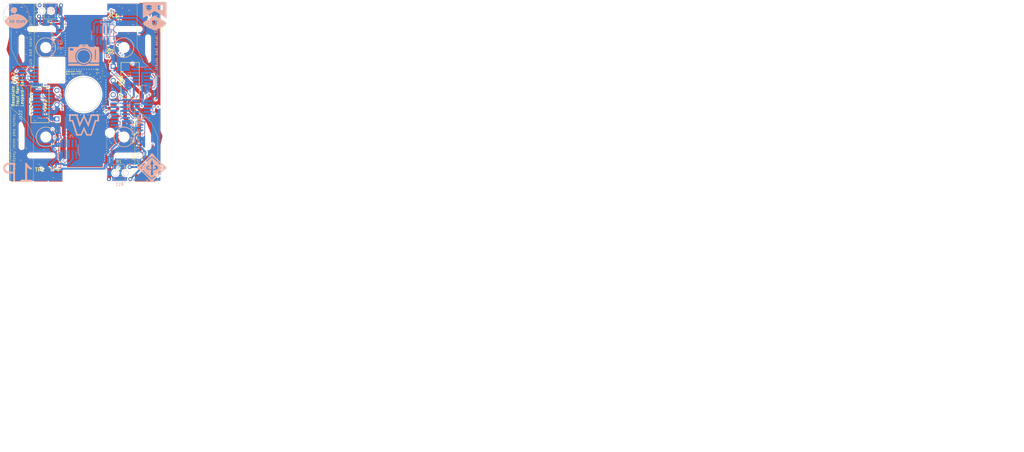
<source format=kicad_pcb>
(kicad_pcb (version 20221018) (generator pcbnew)
  (layers (0 "F.Cu" signal) (1 "In1.Cu" signal) (2 "In2.Cu" signal) (31 "B.Cu" signal) (34 "B.Paste" user) (35 "F.Paste" user) (36 "B.SilkS" user "B.Silkscreen") (37 "F.SilkS" user "F.Silkscreen") (38 "B.Mask" user) (39 "F.Mask" user) (44 "Edge.Cuts" user))
  (net 0 "")
  (net 1 "GND")
  (net 2 "VMPPT")
  (net 3 "Battery +")
  (net 4 "SCL(1)")
  (net 5 "SDA(1)")
  (net 6 "SCL(2)")
  (net 7 "SDA(2) ")
  (net 8 "PWM1(1)")
  (net 9 "PWM1(2)")
  (net 10 "PWM2(1)")
  (net 11 "1.8V")
  (net 12 "DRV ENABLE 3")
  (net 13 "DRV ENABLE 2")
  (net 14 "DRV ENABLE 1")
  (net 15 "PWM2(5)")
  (net 16 "MPPT ENABLE ")
  (net 17 "PWM1(5)")
  (net 18 "DRV ENABLE 5")
  (net 19 "PWM2(2) ")
  (net 20 "PWM1(3)")
  (net 21 "PWM2(3)")
  (net 22 "PWM1(4)")
  (net 23 "PWM2(4)")
  (net 24 "DRV ENABLE 4")
  (net 25 "RF ANTENNA")
  (net 28 "MCU ENABLE 2")
  (net 29 "MCU ENABLE 1")
  (net 30 "VBAT+")
  (net 34 "Net-(Q1-S)")
  (net 35 "Net-(Q2-S)")
  (net 36 "Vsolar")
  (net 37 "Coaxout")
  (net 38 "rfgnd")
  (footprint "Resistor_SMD:R_0402_1005Metric" (layer "F.Cu") (at 51.1 40.55 90)
    (fp_text reference "REFinduc" hide)
    (fp_text value "R_0402_1005Metric" hide)
  )
  (footprint "Resistor_THT:R_Axial_DIN0204_L3.6mm_D1.6mm_P7.62mm_Horizontal" (layer "F.Cu") (at 52.69 72.88)
    (fp_text reference "R1")
    (fp_text value "R_Small_US")
  )
  (footprint "Capacitor_SMD:C_0402_1005Metric" (layer "F.Cu") (at 53.53 33.88 180)
    (fp_text reference "C1")
    (fp_text value "0.1uF" hide)
  )
  (footprint "Resistor_THT:R_Axial_DIN0204_L3.6mm_D1.6mm_P7.62mm_Horizontal" (layer "F.Cu") (at 35.68 19.28 180)
    (fp_text reference "R2")
    (fp_text value "R_Small_US" hide)
  )
  (footprint "Resistor_SMD:R_0402_1005Metric" (layer "F.Cu") (at 50.59 39.15)
    (fp_text reference "REF5554" hide)
    (fp_text value "R_0402_1005Metric" hide)
  )
  (footprint "KiCad:5016" (layer "F.Cu") (at 34.02 76.31)
    (fp_text reference "TP4")
    (fp_text value "TestPoint" hide)
  )
  (footprint "Trisolar-x:solar" (layer "F.Cu") (at 27.368 23.802 90)
    (fp_text reference "SC1")
    (fp_text value "Solar_Cell" hide)
  )
  (footprint "Connector_Coaxial:U.FL_Molex_MCRF_73412-0110_Vertical" (layer "F.Cu") (at 54.55 52.01 -90)
    (fp_text reference "J8" hide)
    (fp_text value "Conn_Coaxial" hide)
  )
  (footprint "Switch:D2FA1" (layer "F.Cu") (at 34.45 55.76 90)
    (fp_text reference "SW2")
    (fp_text value "SW_SPDT" hide)
  )
  (footprint "Capacitor_SMD:C_0402_1005Metric" (layer "F.Cu") (at 57.171 19.496 90)
    (fp_text reference "C2")
    (fp_text value "0.1uF" hide)
  )
  (footprint "Light:SOTFL50P190X60-8N" (layer "F.Cu") (at 53.14 31.73 180)
    (fp_text reference "IC2")
    (fp_text value "OPT4048DTSR" hide)
  )
  (footprint "Trisolar-x:solar" (layer "F.Cu") (at 61.1378 69.095 -90)
    (fp_text reference "SC2")
    (fp_text value "Solar_Cell" hide)
  )
  (footprint "KiCad:5016" (layer "F.Cu") (at 28.75 76.28)
    (fp_text reference "TP2")
    (fp_text value "TestPoint" hide)
  )
  (footprint "PICO TRANSISTOR:antenna" (layer "F.Cu") (at 44.42 62.71 -90)
    (fp_text reference "U1" hide)
    (fp_text value "~" hide)
  )
  (footprint "Switch:D2FA1" (layer "F.Cu") (at 54.45 37 -90)
    (fp_text reference locked "SW1")
    (fp_text value "SW_SPDT" hide)
  )
  (footprint "Trisolar-x:solar" (layer "F.Cu") (at 16.96 69.045 -90)
    (fp_text reference "SC4")
    (fp_text value "Solar_Cell" hide)
  )
  (footprint "PICO TRANSISTOR:antenna" (layer "F.Cu") (at 44.35 28.2 90)
    (fp_text reference "U2" hide)
    (fp_text value "~" hide)
  )
  (footprint "Resistor_SMD:R_0402_1005Metric" (layer "F.Cu") (at 50.59 38.2)
    (fp_text reference "REFW" hide)
    (fp_text value "R_0402_1005Metric" hide)
  )
  (footprint "Temp:SON65P200X200X80-7N" (layer "F.Cu") (at 54.761 18.986)
    (fp_text reference "IC1")
    (fp_text value "TMP117MAIDRVR" hide)
  )
  (footprint "Trisolar-x:solar" (layer "F.Cu") (at 72.1 23.43 90)
    (fp_text reference "SC3")
    (fp_text value "Solar_Cell" hide)
  )
  (footprint "Resistor_THT:R_Axial_DIN0204_L3.6mm_D1.6mm_P7.62mm_Horizontal" (layer "B.Cu") (at 52.94 77.18)
    (fp_text reference "R11")
    (fp_text value "R_Small_US" hide)
  )
  (footprint "Capacitor_SMD:C_0402_1005Metric" (layer "B.Cu") (at 64.16 56.55 180)
    (fp_text reference "rp2")
    (fp_text value "100k" hide)
  )
  (footprint "FTSH-105-01-L-DV:SAMTEC_FTSH-105-XX-X-DV" (layer "B.Cu") (at 50.06 26.015 180)
    (fp_text reference "J12")
    (fp_text value "FTSH-105-XX-X-DV")
  )
  (footprint "Package_TO_SOT_SMD:SOT-23" (layer "B.Cu") (at 35.5375 26.28)
    (fp_text reference "Q2")
    (fp_text value "2N7002" hide)
  )
  (footprint "Capacitor_SMD:C_0402_1005Metric" (layer "B.Cu") (at 35.6 29.3)
    (fp_text reference "rp1")
    (fp_text value "100k" hide)
  )
  (footprint "Header:SAMTEC_FTSH-105-XX-X-DV" (layer "B.Cu") (at 64.665 51.94 -90)
    (fp_text reference "J6")
    (fp_text value "FTSH-105-XX-X-DV")
  )
  (footprint "Header:SAMTEC_FTSH-105-XX-X-DV" (layer "B.Cu") (at 64.665 40.62 -90)
    (fp_text reference "J3")
    (fp_text value "FTSH-105-XX-X-DV")
  )
  (footprint "Header:SAMTEC_FTSH-105-XX-X-DV" (layer "B.Cu") (at 38.74 66.545 180)
    (fp_text reference "J5")
    (fp_text value "FTSH-105-XX-X-DV")
  )
  (footprint "LOGO" (layer "B.Cu") (at 19.968778 18.931862 180)
    (fp_text reference "G***" hide)
    (fp_text value "LOGO" hide)
  )
  (footprint "Header:SAMTEC_FTSH-105-XX-X-DV" (layer "B.Cu") (at 24.135 40.62 -90)
    (fp_text reference "J4")
    (fp_text value "FTSH-105-XX-X-DV")
  )
  (footprint "LOGO" (layer "B.Cu") (at 43.550723 57.292697 180)
    (fp_text reference "G***" hide)
    (fp_text value "LOGO" hide)
  )
  (footprint "Package_TO_SOT_SMD:SOT-23" (layer "B.Cu") (at 63.55 58.83 180)
    (fp_text reference "Q1")
    (fp_text value "2N7002" hide)
  )
  (footprint "Resistor_THT:R_Axial_DIN0204_L3.6mm_D1.6mm_P7.62mm_Horizontal" (layer "B.Cu") (at 28.29 15.33)
    (fp_text reference "R14")
    (fp_text value "R_Small_US" hide)
  )
  (footprint "LOGO" (layer "B.Cu") (at 69.236 19.304 180)
    (fp_text reference "G***" hide)
    (fp_text value "LOGO" hide)
  )
  (footprint "LOGO" (layer "B.Cu") (at 68.22 73.152 180)
    (fp_text reference "" hide)
    (fp_text value "LOGO" hide)
  )
  (footprint "baseplate to pt b:SAMTEC_FW-08-03-G-D-335-065" (layer "B.Cu") (at 29.35 50.28 -90)
    (fp_text reference "J122")
    (fp_text value "FLE-108-01-XX-DV" hide)
  )
  (footprint "baseplate to pt b:SAMTEC_FW-08-03-G-D-335-065" (layer "B.Cu") (at 53.7562 53.8268)
    (fp_text reference "J23")
    (fp_text value "FLE-108-01-XX-DV" hide)
  )
  (footprint "LOGO" (layer "B.Cu") (at 43.885255 33.305631 180)
    (fp_text reference "G***" hide)
    (fp_text value "LOGO" hide)
  )
  (gr_circle (center 58.3 62.18) (end 61.8 62.18) (stroke (width 0.2)) (fill none) (layer "B.SilkS"))
  (gr_circle (center 58.3 30.38) (end 61.8 30.38) (stroke (width 0.2)) (fill none) (layer "B.SilkS"))
  (gr_circle (center 30.5 30.38) (end 34 30.38) (stroke (width 0.2)) (fill none) (layer "B.SilkS"))
  (gr_circle (center 30.5 62.18) (end 34 62.18) (stroke (width 0.2)) (fill none) (layer "B.SilkS"))
  (gr_circle (center 30.55 62.18) (end 27.05 62.18) (stroke (width 0.2)) (fill none) (layer "F.SilkS"))
  (gr_circle (center 58.3 62.18) (end 54.8 62.18) (stroke (width 0.2)) (fill none) (layer "F.SilkS"))
  (gr_circle (center 58.25 30.38) (end 54.75 30.38) (stroke (width 0.2)) (fill none) (layer "F.SilkS"))
  (gr_circle (center 30.45 30.38) (end 26.95 30.38) (stroke (width 0.2)) (fill none) (layer "F.SilkS"))
  (gr_arc (start 66.3 57.78) (mid 66.9 57.18) (end 67.5 57.78) (stroke (width 0.05)) (layer "Edge.Cuts"))
  (gr_circle (center 55.25 74.98) (end 56.25 74.98) (stroke (width 0.2)) (fill none) (layer "Edge.Cuts"))
  (gr_line (start 54.4 14.28) (end 73.4 14.28) (stroke (width 0.05)) (layer "Edge.Cuts"))
  (gr_circle (center 32.3 17.33) (end 33.3 17.33) (stroke (width 0.2)) (fill none) (layer "Edge.Cuts"))
  (gr_line (start 22.5 26.78) (end 22.5 34.78) (stroke (width 0.05)) (layer "Edge.Cuts"))
  (gr_circle (center 29.05 17.33) (end 30.05 17.33) (stroke (width 0.2)) (fill none) (layer "Edge.Cuts"))
  (gr_arc (start 21.3 26.78) (mid 21.9 26.18) (end 22.5 26.78) (stroke (width 0.05)) (layer "Edge.Cuts"))
  (gr_circle (center 58.85 74.98) (end 57.85 74.98) (stroke (width 0.2)) (fill none) (layer "Edge.Cuts"))
  (gr_line (start 15.4 14.28) (end 15.4 78.28) (stroke (width 0.05)) (layer "Edge.Cuts"))
  (gr_line (start 55.9 68.18) (end 63.9 68.18) (stroke (width 0.05)) (layer "Edge.Cuts"))
  (gr_arc (start 55.9 24.38) (mid 55.3 23.78) (end 55.9 23.18) (stroke (width 0.05)) (layer "Edge.Cuts"))
  (gr_line (start 36.9 74.28) (end 36.9 75.28) (stroke (width 0.05)) (layer "Edge.Cuts"))
  (gr_line (start 51.9 74.4) (end 51.78 74.28) (stroke (width 0.05)) (layer "Edge.Cuts"))
  (gr_line (start 73.4 78.28) (end 73.4 14.28) (stroke (width 0.05)) (layer "Edge.Cuts"))
  (gr_line (start 36.9 78.28) (end 36.9 75.28) (stroke (width 0.05)) (layer "Edge.Cuts"))
  (gr_line (start 51.9 75.28) (end 51.9 74.4) (stroke (width 0.05)) (layer "Edge.Cuts"))
  (gr_arc (start 63.9 68.18) (mid 64.5 68.78) (end 63.9 69.38) (stroke (width 0.05)) (layer "Edge.Cuts"))
  (gr_arc (start 32.9 23.18) (mid 33.5 23.78) (end 32.9 24.38) (stroke (width 0.05)) (layer "Edge.Cuts"))
  (gr_arc (start 22.5 34.78) (mid 21.9 35.38) (end 21.3 34.78) (stroke (width 0.05)) (layer "Edge.Cuts"))
  (gr_line (start 36.9 74.28) (end 51.78 74.28) (stroke (width 0.05)) (layer "Edge.Cuts"))
  (gr_line (start 66.3 34.78) (end 66.3 26.78) (stroke (width 0.05)) (layer "Edge.Cuts"))
  (gr_line (start 34.4 14.28) (end 36.9 14.28) (stroke (width 0.05)) (layer "Edge.Cuts"))
  (gr_arc (start 24.9 24.38) (mid 24.3 23.78) (end 24.9 23.18) (stroke (width 0.05)) (layer "Edge.Cuts"))
  (gr_arc (start 24.9 69.38) (mid 24.3 68.78) (end 24.9 68.18) (stroke (width 0.05)) (layer "Edge.Cuts"))
  (gr_line (start 24.9 68.18) (end 32.9 68.18) (stroke (width 0.05)) (layer "Edge.Cuts"))
  (gr_line (start 63.9 69.38) (end 55.9 69.38) (stroke (width 0.05)) (layer "Edge.Cuts"))
  (gr_line (start 55.9 23.18) (end 63.9 23.18) (stroke (width 0.05)) (layer "Edge.Cuts"))
  (gr_line (start 54.4 14.28) (end 51.9 14.28) (stroke (width 0.05)) (layer "Edge.Cuts"))
  (gr_line (start 36.9 14.28) (end 36.9 17.28) (stroke (width 0.05)) (layer "Edge.Cuts"))
  (gr_arc (start 67.5 34.78) (mid 66.9 35.38) (end 66.3 34.78) (stroke (width 0.05)) (layer "Edge.Cuts"))
  (gr_line (start 51.9 18.28) (end 51.9 17.28) (stroke (width 0.05)) (layer "Edge.Cuts"))
  (gr_circle (center 58.3 62.18) (end 59.8 62.18) (stroke (width 0.05)) (fill none) (layer "Edge.Cuts"))
  (gr_line (start 32.9 69.38) (end 24.9 69.38) (stroke (width 0.05)) (layer "Edge.Cuts"))
  (gr_arc (start 67.5 65.78) (mid 66.9 66.38) (end 66.3 65.78) (stroke (width 0.05)) (layer "Edge.Cuts"))
  (gr_circle (center 30.5 30.38) (end 32 30.38) (stroke (width 0.05)) (fill none) (layer "Edge.Cuts"))
  (gr_line (start 67.5 57.78) (end 67.5 65.78) (stroke (width 0.05)) (layer "Edge.Cuts"))
  (gr_arc (start 21.3 57.78) (mid 21.9 57.18) (end 22.5 57.78) (stroke (width 0.05)) (layer "Edge.Cuts"))
  (gr_circle (center 58.3 30.38) (end 59.8 30.38) (stroke (width 0.05)) (fill none) (layer "Edge.Cuts"))
  (gr_arc (start 66.3 26.78) (mid 66.9 26.18) (end 67.5 26.78) (stroke (width 0.05)) (layer "Edge.Cuts"))
  (gr_circle locked (center 43.9 47.07) (end 50.15 47.07) (stroke (width 0.2)) (fill none) (layer "Edge.Cuts"))
  (gr_line (start 67.5 26.78) (end 67.5 34.78) (stroke (width 0.05)) (layer "Edge.Cuts"))
  (gr_rect (start 28.39 34.09) (end 36.99 42.69) (stroke (width 0.05)) (fill none) (layer "Edge.Cuts"))
  (gr_arc (start 22.5 65.78) (mid 21.9 66.38) (end 21.3 65.78) (stroke (width 0.05)) (layer "Edge.Cuts"))
  (gr_line (start 63.9 24.38) (end 55.9 24.38) (stroke (width 0.05)) (layer "Edge.Cuts"))
  (gr_line (start 32.9 24.38) (end 24.9 24.38) (stroke (width 0.05)) (layer "Edge.Cuts"))
  (gr_line (start 34.4 14.28) (end 15.4 14.28) (stroke (width 0.05)) (layer "Edge.Cuts"))
  (gr_line (start 36.9 17.28) (end 36.9 18.28) (stroke (width 0.05)) (layer "Edge.Cuts"))
  (gr_line (start 54.4 78.28) (end 73.4 78.28) (stroke (width 0.05)) (layer "Edge.Cuts"))
  (gr_arc (start 63.9 23.18) (mid 64.5 23.78) (end 63.9 24.38) (stroke (width 0.05)) (layer "Edge.Cuts"))
  (gr_line (start 21.3 34.78) (end 21.3 26.78) (stroke (width 0.05)) (layer "Edge.Cuts"))
  (gr_line (start 22.5 57.78) (end 22.5 65.78) (stroke (width 0.05)) (layer "Edge.Cuts"))
  (gr_circle (center 53.35 60.706498) (end 54.3 61.656498) (stroke (width 0.05)) (fill none) (layer "Edge.Cuts"))
  (gr_circle (center 30.5 62.18) (end 32 62.18) (stroke (width 0.05)) (fill none) (layer "Edge.Cuts"))
  (gr_line (start 51.9 18.28) (end 36.9 18.28) (stroke (width 0.05)) (layer "Edge.Cuts"))
  (gr_line (start 51.9 75.28) (end 51.9 78.28) (stroke (width 0.05)) (layer "Edge.Cuts"))
  (gr_line (start 34.4 78.28) (end 15.4 78.28) (stroke (width 0.05)) (layer "Edge.Cuts"))
  (gr_line (start 24.9 23.18) (end 32.9 23.18) (stroke (width 0.05)) (layer "Edge.Cuts"))
  (gr_line (start 54.4 78.28) (end 51.9 78.28) (stroke (width 0.05)) (layer "Edge.Cuts"))
  (gr_line (start 34.4 78.28) (end 36.9 78.28) (stroke (width 0.05)) (layer "Edge.Cuts"))
  (gr_line (start 21.3 65.78) (end 21.3 57.78) (stroke (width 0.05)) (layer "Edge.Cuts"))
  (gr_line (start 66.3 65.78) (end 66.3 57.78) (stroke (width 0.05)) (layer "Edge.Cuts"))
  (gr_line (start 51.9 14.28) (end 51.9 17.28) (stroke (width 0.05)) (layer "Edge.Cuts"))
  (gr_arc (start 32.9 68.18) (mid 33.5 68.78) (end 32.9 69.38) (stroke (width 0.05)) (layer "Edge.Cuts"))
  (gr_arc (start 55.9 69.38) (mid 55.3 68.78) (end 55.9 68.18) (stroke (width 0.05)) (layer "Edge.Cuts"))
  (gr_text "1P" (at 26.818 78.486) (layer "B.SilkS") (effects (font (size 6 6) (thickness 0.7)) (justify left bottom mirror)))
  (gr_text "Backup FET\n" (at 61.8 56.08 -270) (layer "B.SilkS") (effects (font (size 1 1)) (justify left bottom mirror)))
  (gr_text "Primary FET\n" (at 33.5 24.63 -270) (layer "B.SilkS") (effects (font (size 1 1)) (justify left bottom mirror)))
  (gr_text "Baseplate Rev.2 \nTrout Marnell\nLeopard-Sat-1" (at 22.65 51.48 90) (layer "F.SilkS") (effects (font (size 1 1) (thickness 0.2) bold) (justify left bottom)))
  (gr_text "100kohm 0402\npull down  FET\n" (at 37.53 40.01) (layer "F.SilkS") (effects (font (size 0.5 0.5) (thickness 0.1) bold) (justify left bottom)))
  (gr_text "L\n" (at 49.63 41.39) (layer "F.SilkS") (effects (font (size 0.7 0.7) (thickness 0.1)) (justify left bottom)))
  (gr_text "C" (at 48.28 39.91) (layer "F.SilkS") (effects (font (size 0.7 0.7) (thickness 0.1)) (justify left bottom)))
  (gr_text "R" (at 48.32 38.64) (layer "F.SilkS") (effects (font (size 0.7 0.7) (thickness 0.1)) (justify left bottom)))
  (via (at 70.33 75.96) (size 0.6) (drill 0.3) (layers "F.Cu" "B.Cu") (net 0))
  (segment (start 54.7 31.87034) (end 54.90034 31.87034) (width 0.18034) (layer "F.Cu") (net 1))
  (segment (start 54.90034 31.87034) (end 55.43 32.4) (width 0.18034) (layer "F.Cu") (net 1))
  (segment (start 54.7 31.08966) (end 54.59034 30.98) (width 0.18034) (layer "F.Cu") (net 1))
  (segment (start 54.59034 31.98) (end 54.7 31.87034) (width 0.18034) (layer "F.Cu") (net 1))
  (segment (start 54.59034 30.98) (end 54.05 30.98) (width 0.18034) (layer "F.Cu") (net 1))
  (segment (start 54.05 31.98) (end 54.59034 31.98) (width 0.18034) (layer "F.Cu") (net 1))
  (segment (start 54.7 31.87034) (end 54.7 31.08966) (width 0.18034) (layer "F.Cu") (net 1))
  (via (at 38.21 54.29) (size 0.6) (drill 0.3) (layers "F.Cu" "B.Cu") (net 1))
  (via (at 52.84 56.85) (size 0.6) (drill 0.3) (layers "F.Cu" "B.Cu") (net 1))
  (via (at 45.53 54.29) (size 0.6) (drill 0.3) (layers "F.Cu" "B.Cu") (net 1))
  (via (at 37.49 31.41) (size 0.6) (drill 0.3) (layers "F.Cu" "B.Cu") (net 1))
  (via (at 53.128333 62.835727) (size 0.6) (drill 0.3) (layers "F.Cu" "B.Cu") (net 1))
  (via (at 61.59 22.17) (size 0.6) (drill 0.3) (layers "F.Cu" "B.Cu") (net 1))
  (via (at 28.21 71.9) (size 0.6) (drill 0.3) (layers "F.Cu" "B.Cu") (net 1))
  (via (at 49.74 54.35) (size 0.6) (drill 0.3) (layers "F.Cu" "B.Cu") (net 1))
  (via (at 38.86 38.1) (size 0.6) (drill 0.3) (layers "F.Cu" "B.Cu") (net 1))
  (via (at 20.04 24.86) (size 0.6) (drill 0.3) (layers "F.Cu" "B.Cu") (net 1))
  (via (at 51.84 46.15) (size 0.6) (drill 0.3) (layers "F.Cu" "B.Cu") (net 1))
  (via (at 51.37 70.76) (size 0.6) (drill 0.3) (layers "F.Cu" "B.Cu") (net 1))
  (via (at 39.21 54.29) (size 0.6) (drill 0.3) (layers "F.Cu" "B.Cu") (net 1))
  (via (at 46.29 39.89) (size 0.6) (drill 0.3) (layers "F.Cu" "B.Cu") (net 1))
  (via (at 38.89 41.16) (size 0.6) (drill 0.3) (layers "F.Cu" "B.Cu") (net 1))
  (via (at 51.837576 37.0372) (size 0.6) (drill 0.3) (layers "F.Cu" "B.Cu") (net 1))
  (via (at 35.07 70.6) (size 0.6) (drill 0.3) (layers "F.Cu" "B.Cu") (net 1))
  (via (at 52.01 56.15) (size 0.6) (drill 0.3) (layers "F.Cu" "B.Cu") (net 1))
  (via (at 52.16 65.42) (size 0.6) (drill 0.3) (layers "F.Cu" "B.Cu") (net 1))
  (via (at 26.57 56.28) (size 0.6) (drill 0.3) (layers "F.Cu" "B.Cu") (net 1))
  (via (at 50.4 50.3) (size 0.6) (drill 0.3) (layers "F.Cu" "B.Cu") (net 1))
  (via (at 60.94 62.35) (size 0.6) (drill 0.3) (layers "F.Cu" "B.Cu") (net 1))
  (via (at 51.837668 43.64) (size 0.6) (drill 0.3) (layers "F.Cu" "B.Cu") (net 1))
  (via (at 55.43 32.4) (size 0.6) (drill 0.3) (layers "F.Cu" "B.Cu") (net 1))
  (via (at 56.55 64.14) (size 0.6) (drill 0.3) (layers "F.Cu" "B.Cu") (net 1))
  (via (at 41.68 39.72) (size 0.6) (drill 0.3) (layers "F.Cu" "B.Cu") (net 1))
  (via (at 51.85 45.24) (size 0.6) (drill 0.3) (layers "F.Cu" "B.Cu") (net 1))
  (via (at 51.43 68.37) (size 0.6) (drill 0.3) (layers "F.Cu" "B.Cu") (net 1))
  (via (at 21.64 20.5) (size 0.6) (drill 0.3) (layers "F.Cu" "B.Cu") (net 1))
  (via (at 51.84 47.09) (size 0.6) (drill 0.3) (layers "F.Cu" "B.Cu") (net 1))
  (via (at 38.1 38.1) (size 0.6) (drill 0.3) (layers "F.Cu" "B.Cu") (net 1))
  (via (at 53.7 64.33) (size 0.6) (drill 0.3) (layers "F.Cu" "B.Cu") (net 1))
  (via (at 56.11 21.35) (size 0.6) (drill 0.3) (layers "F.Cu" "B.Cu") (net 1))
  (via (at 60.95 58.8) (size 0.6) (drill 0.3) (layers "F.Cu" "B.Cu") (net 1))
  (via (at 60.12 17.1) (size 0.6) (drill 0.3) (layers "F.Cu" "B.Cu") (net 1))
  (via (at 37.49 28.75) (size 0.6) (drill 0.3) (layers "F.Cu" "B.Cu") (net 1))
  (via (at 69.11 46.8) (size 0.6) (drill 0.3) (layers "F.Cu" "B.Cu") (net 1))
  (via (at 31.56 19.5) (size 0.6) (drill 0.3) (layers "F.Cu" "B.Cu") (net 1))
  (via (at 51.87 47.99) (size 0.6) (drill 0.3) (layers "F.Cu" "B.Cu") (net 1))
  (via (at 38.35 51.75) (size 0.6) (drill 0.3) (layers "F.Cu" "B.Cu") (net 1))
  (via (at 52.04 49.82) (size 0.6) (drill 0.3) (layers "F.Cu" "B.Cu") (net 1))
  (via (at 49.32 39.29) (size 0.6) (drill 0.3) (layers "F.Cu" "B.Cu") (net 1))
  (via (at 18.63 66.87) (size 0.6) (drill 0.3) (layers "F.Cu" "B.Cu") (net 1))
  (via (at 41.44 38.1) (size 0.6) (drill 0.3) (layers "F.Cu" "B.Cu") (net 1))
  (via (at 20.47 63.17) (size 0.6) (drill 0.3) (layers "F.Cu" "B.Cu") (net 1))
  (via (at 52.21 58.72) (size 0.6) (drill 0.3) (layers "F.Cu" "B.Cu") (net 1))
  (via (at 42.34 38.1) (size 0.6) (drill 0.3) (layers "F.Cu" "B.Cu") (net 1))
  (via (at 37.67 50.64) (size 0.6) (drill 0.3) (layers "F.Cu" "B.Cu") (net 1))
  (via (at 47.7 40.78) (size 0.6) (drill 0.3) (layers "F.Cu" "B.Cu") (net 1))
  (via (at 47.39 53.28) (size 0.6) (drill 0.3) (layers "F.Cu" "B.Cu") (net 1))
  (via (at 43.73 39.68) (size 0.6) (drill 0.3) (layers "F.Cu" "B.Cu") (net 1))
  (via (at 48.78 53.14) (size 0.6) (drill 0.3) (layers "F.Cu" "B.Cu") (net 1))
  (via (at 67.36 55.46) (size 0.6) (drill 0.3) (layers "F.Cu" "B.Cu") (net 1))
  (via (at 54.1 44.96) (size 0.6) (drill 0.3) (layers "F.Cu" "B.Cu") (net 1))
  (via (at 36.84 45.52) (size 0.6) (drill 0.3) (layers "F.Cu" "B.Cu") (net 1))
  (via (at 51.87 48.9) (size 0.6) (drill 0.3) (layers "F.Cu" "B.Cu") (net 1))
  (via (at 52.16 63.95) (size 0.6) (drill 0.3) (layers "F.Cu" "B.Cu") (net 1))
  (via (at 23.61 66.23) (size 0.6) (drill 0.3) (layers "F.Cu" "B.Cu") (net 1))
  (via (at 18.89 37.47) (size 0.6) (drill 0.3) (layers "F.Cu" "B.Cu") (net 1))
  (via (at 44.14 54.31) (size 0.6) (drill 0.3) (layers "F.Cu" "B.Cu") (net 1))
  (via (at 53.3 63.642409) (size 0.6) (drill 0.3) (layers "F.Cu" "B.Cu") (net 1))
  (via (at 45.8 38.1) (size 0.6) (drill 0.3) (layers "F.Cu" "B.Cu") (net 1))
  (via (at 52.1105 37.579085) (size 0.6) (drill 0.3) (layers "F.Cu" "B.Cu") (net 1))
  (via (at 37.42 32.21) (size 0.6) (drill 0.3) (layers "F.Cu" "B.Cu") (net 1))
  (via (at 21.56 70.43) (size 0.6) (drill 0.3) (layers "F.Cu" "B.Cu") (net 1))
  (via (at 59.8 25.41) (size 0.6) (drill 0.3) (layers "F.Cu" "B.Cu") (net 1))
  (via (at 40.25 40.47) (size 0.6) (drill 0.3) (layers "F.Cu" "B.Cu") (net 1))
  (via (at 46.67 38.1) (size 0.6) (drill 0.3) (layers "F.Cu" "B.Cu") (net 1))
  (via (at 40.17 54.3) (size 0.6) (drill 0.3) (layers "F.Cu" "B.Cu") (net 1))
  (via (at 37.38 26.21) (size 0.6) (drill 0.3) (layers "F.Cu" "B.Cu") (net 1))
  (via (at 40.58 38.1) (size 0.6) (drill 0.3) (layers "F.Cu" "B.Cu") (net 1))
  (via (at 42.93 54.33) (size 0.6) (drill 0.3) (layers "F.Cu" "B.Cu") (net 1))
  (via (at 45.02 38.110498) (size 0.6) (drill 0.3) (layers "F.Cu" "B.Cu") (net 1))
  (via (at 51.91 41.96) (size 0.6) (drill 0.3) (layers "F.Cu" "B.Cu") (net 1))
  (via (at 51.37 69.91) (size 0.6) (drill 0.3) (layers "F.Cu" "B.Cu") (net 1))
  (via (at 51.36 69.06) (size 0.6) (drill 0.3) (layers "F.Cu" "B.Cu") (net 1))
  (via (at 39.15 52.75) (size 0.6) (drill 0.3) (layers "F.Cu" "B.Cu") (net 1))
  (via (at 29.18 43.69) (size 0.6) (drill 0.3) (layers "F.Cu" "B.Cu") (net 1))
  (via (at 41.01 54.29) (size 0.6) (drill 0.3) (layers "F.Cu" "B.Cu") (net 1))
  (via (at 62.632 66.548) (size 0.6) (drill 0.3) (layers "F.Cu" "B.Cu") (net 1))
  (via (at 20.61 18.61) (size 0.6) (drill 0.3) (layers "F.Cu" "B.Cu") (net 1))
  (via (at 37.49 29.65) (size 0.6) (drill 0.3) (layers "F.Cu" "B.Cu") (net 1))
  (via (at 44.17 38.1) (size 0.6) (drill 0.3) (layers "F.Cu" "B.Cu") (net 1))
  (via (at 39.73 38.1) (size 0.6) (drill 0.3) (layers "F.Cu" "B.Cu") (net 1))
  (via (at 51.64 54.12) (size 0.6) (drill 0.3) (layers "F.Cu" "B.Cu") (net 1))
  (via (at 49.76 52.22) (size 0.6) (drill 0.3) (layers "F.Cu" "B.Cu") (net 1))
  (via (at 52.16 62.362525) (size 0.6) (drill 0.3) (layers "F.Cu" "B.Cu") (net 1))
  (via (at 26.86 17.56) (size 0.6) (drill 0.3) (layers "F.Cu" "B.Cu") (net 1))
  (via (at 52.16 63.15) (size 0.6) (drill 0.3) (layers "F.Cu" "B.Cu") (net 1))
  (via (at 33.16 76.69) (size 0.6) (drill 0.3) (layers "F.Cu" "B.Cu") (net 1))
  (via (at 52.3 57.92) (size 0.6) (drill 0.3) (layers "F.Cu" "B.Cu") (net 1))
  (via (at 52.1 57.08) (size 0.6) (drill 0.3) (layers "F.Cu" "B.Cu") (net 1))
  (via (at 57.73 16.34) (size 0.6) (drill 0.3) (layers "F.Cu" "B.Cu") (net 1))
  (via (at 41.91 54.31) (size 0.6) (drill 0.3) (layers "F.Cu" "B.Cu") (net 1))
  (via (at 49.27 38.23) (size 0.6) (drill 0.3) (layers "F.Cu" "B.Cu") (net 1))
  (via (at 59.03 70.24) (size 0.6) (drill 0.3) (layers "F.Cu" "B.Cu") (net 1))
  (via (at 50.07 42.61) (size 0.6) (drill 0.3) (layers "F.Cu" "B.Cu") (net 1))
  (via (at 33.3 44.45) (size 0.6) (drill 0.3) (layers "F.Cu" "B.Cu") (net 1))
  (via (at 35.86 32.17) (size 0.6) (drill 0.3) (layers "F.Cu" "B.Cu") (net 1))
  (via (at 52.16 66.98) (size 0.6) (drill 0.3) (layers "F.Cu" "B.Cu") (net 1))
  (via (at 67.51 44.3) (size 0.6) (drill 0.3) (layers "F.Cu" "B.Cu") (net 1))
  (via (at 47.52 54.33) (size 0.6) (drill 0.3) (layers "F.Cu" "B.Cu") (net 1))
  (via (at 23.18 23.92) (size 0.6) (drill 0.3) (layers "F.Cu" "B.Cu") (net 1))
  (via (at 67.6 23.23) (size 0.6) (drill 0.3) (layers "F.Cu" "B.Cu") (net 1))
  (via (at 52.509608 55.4837) (size 0.6) (drill 0.3) (layers "F.Cu" "B.Cu") (net 1))
  (via (at 50.72 54.28) (size 0.6) (drill 0.3) (layers "F.Cu" "B.Cu") (net 1))
  (via (at 48.25 38.1) (size 0.6) (drill 0.3) (layers "F.Cu" "B.Cu") (net 1))
  (via (at 38.01 42.23) (size 0.6) (drill 0.3) (layers "F.Cu" "B.Cu") (net 1))
  (via (at 48.65 54.33) (size 0.6) (drill 0.3) (layers "F.Cu" "B.Cu") (net 1))
  (via (at 56.31 65.83) (size 0.6) (drill 0.3) (layers "F.Cu" "B.Cu") (net 1))
  (via (at 27.84 26.33) (size 0.6) (drill 0.3) (layers "F.Cu" "B.Cu") (net 1))
  (via (at 23.86 26.83) (size 0.6) (drill 0.3) (layers "F.Cu" "B.Cu") (net 1))
  (via (at 37.38 27.17) (size 0.6) (drill 0.3) (layers "F.Cu" "B.Cu") (net 1))
  (via (at 37.45 32.98) (size 0.6) (drill 0.3) (layers "F.Cu" "B.Cu") (net 1))
  (via (at 37.49 27.93) (size 0.6) (drill 0.3) (layers "F.Cu" "B.Cu") (net 1))
  (via (at 52.16 64.72) (size 0.6) (drill 0.3) (layers "F.Cu" "B.Cu") (net 1))
  (via (at 51.203398 52.08687) (size 0.6) (drill 0.3) (layers "F.Cu" "B.Cu") (net 1))
  (via (at 23.44 32.79) (size 0.6) (drill 0.3) (layers "F.Cu" "B.Cu") (net 1))
  (via (at 34.33 60.12) (size 0.6) (drill 0.3) (layers "F.Cu" "B.Cu") (net 1))
  (via (at 45.02 39.36) (size 0.6) (drill 0.3) (layers "F.Cu" "B.Cu") (net 1))
  (via (at 52.16 66.11) (size 0.6) (drill 0.3) (layers "F.Cu" "B.Cu") (net 1))
  (via (at 60.07 44.49) (size 0.6) (drill 0.3) (layers "F.Cu" "B.Cu") (net 1))
  (via (at 43.29 38.1) (size 0.6) (drill 0.3) (layers "F.Cu" "B.Cu") (net 1))
  (via (at 29.91 66.73) (size 0.6) (drill 0.3) (layers "F.Cu" "B.Cu") (net 1))
  (via (at 48.96 41.54) (size 0.6) (drill 0.3) (layers "F.Cu" "B.Cu") (net 1))
  (via (at 37.47 30.52) (size 0.6) (drill 0.3) (layers "F.Cu" "B.Cu") (net 1))
  (via (at 56.41 15.67) (size 0.6) (drill 0.3) (layers "F.Cu" "B.Cu") (net 1))
  (via (at 64.69 63.85) (size 0.6) (drill 0.3) (layers "F.Cu" "B.Cu") (net 1))
  (via (at 56.59 28.75) (size 0.6) (drill 0.3) (layers "F.Cu" "B.Cu") (net 1))
  (via (at 51.837668 42.8) (size 0.6) (drill 0.3) (layers "F.Cu" "B.Cu") (net 1))
  (via (at 36.98 46.93) (size 0.6) (drill 0.3) (layers "F.Cu" "B.Cu") (net 1))
  (via (at 46.58 54.35) (size 0.6) (drill 0.3) (layers "F.Cu" "B.Cu") (net 1))
  (via (at 52.09 67.85) (size 0.6) (drill 0.3) (layers "F.Cu" "B.Cu") (net 1))
  (via (at 51.837668 44.44) (size 0.6) (drill 0.3) (layers "F.Cu" "B.Cu") (net 1))
  (via (at 37.63 43.69) (size 0.6) (drill 0.3) (layers "F.Cu" "B.Cu") (net 1))
  (via (at 47.49 38.1) (size 0.6) (drill 0.3) (layers "F.Cu" "B.Cu") (net 1))
  (via (at 66.62 45.93) (size 0.6) (drill 0.3) (layers "F.Cu" "B.Cu") (net 1))
  (via (at 50.48 51.3) (size 0.6) (drill 0.3) (layers "F.Cu" "B.Cu") (net 1))
  (via (at 37.4 25.19) (size 0.6) (drill 0.3) (layers "F.Cu" "B.Cu") (net 1))
  (segment (start 63.12067 58.32183) (end 62.6125 58.83) (width 0.18034) (layer "B.Cu") (net 1))
  (segment (start 66.7 54.48) (end 66.7 54.8) (width 0.2) (layer "B.Cu") (net 1))
  (segment (start 63.68 56.55) (end 63.12067 57.10933) (width 0.18034) (layer "B.Cu") (net 1))
  (segment (start 66.7 54.8) (end 67.36 55.46) (width 0.2) (layer "B.Cu") (net 1))
  (segment (start 63.12067 57.10933) (end 63.12067 58.32183) (width 0.18034) (layer "B.Cu") (net 1))
  (segment (start 59.92 52.661156) (end 59.92 49.66) (width 0.7) (layer "F.Cu") (net 2))
  (segment (start 59.92 49.66) (end 61.8 47.78) (width 0.7) (layer "F.Cu") (net 2))
  (segment (start 62.474 55.215156) (end 59.92 52.661156) (width 0.7) (layer "F.Cu") (net 2))
  (via (at 56.28 60.48) (size 0.6) (drill 0.3) (layers "F.Cu" "B.Cu") (net 2))
  (via (at 62.474 55.215156) (size 0.6) (drill 0.3) (layers "F.Cu" "B.Cu") (net 2))
  (via (at 63.692569 25.242225) (size 0.6) (drill 0.3) (layers "F.Cu" "B.Cu") (net 2))
  (via (at 61.8 47.78) (size 0.6) (drill 0.3) (layers "F.Cu" "B.Cu") (net 2))
  (via (at 57.2 52.93) (size 0.6) (drill 0.3) (layers "F.Cu" "B.Cu") (net 2))
  (segment (start 55.7 61.06) (end 56.28 60.48) (width 0.7) (layer "B.Cu") (net 2))
  (segment (start 34.36 68.185949) (end 34.36 69.72) (width 0.7) (layer "B.Cu") (net 2))
  (segment (start 52.76 69.222944) (end 53.462944 68.52) (width 0.7) (layer "B.Cu") (net 2))
  (segment (start 36.547918 73.43) (end 51.4 73.43) (width 0.7) (layer "B.Cu") (net 2))
  (segment (start 51.44 72.362233) (end 52.172233 71.63) (width 0.7) (layer "B.Cu") (net 2))
  (segment (start 57.2 52.93) (end 58.865 52.93) (width 0.7) (layer "B.Cu") (net 2))
  (segment (start 62.63 54.48) (end 62.63 55.059156) (width 0.7) (layer "B.Cu") (net 2))
  (segment (start 32.88 66.732082) (end 33.377918 67.23) (width 0.7) (layer "B.Cu") (net 2))
  (segment (start 33.404051 67.23) (end 34.36 68.185949) (width 0.7) (layer "B.Cu") (net 2))
  (segment (start 58.925 52.87) (end 58.9251 52.87) (width 0.2) (layer "B.Cu") (net 2))
  (segment (start 53.632918 21.235) (end 55.027918 19.84) (width 0.7) (layer "B.Cu") (net 2))
  (segment (start 58.865 52.93) (end 58.925 52.87) (width 0.7) (layer "B.Cu") (net 2))
  (segment (start 58.9251 52.87) (end 58.985 52.8101) (width 0.2) (layer "B.Cu") (net 2))
  (segment (start 36.2 64.51) (end 35.38 65.33) (width 0.7) (layer "B.Cu") (net 2))
  (segment (start 52.76 71.112944) (end 52.76 69.222944) (width 0.7) (layer "B.Cu") (net 2))
  (segment (start 51.44 73.39) (end 51.44 72.362233) (width 0.7) (layer "B.Cu") (net 2))
  (segment (start 65.352433 22.642433) (end 65.352433 24.381618) (width 0.7) (layer "B.Cu") (net 2))
  (segment (start 24.15 61.48) (end 24.15 45.21) (width 0.7) (layer "B.Cu") (net 2))
  (segment (start 35.987918 73.99) (end 36.547918 73.43) (width 0.7) (layer "B.Cu") (net 2))
  (segment (start 35.38 65.33) (end 28 65.33) (width 0.7) (layer "B.Cu") (net 2))
  (segment (start 34.397918 64.51) (end 32.88 66.027918) (width 0.7) (layer "B.Cu") (net 2))
  (segment (start 65.352433 24.381618) (end 64.491826 25.242225) (width 0.7) (layer "B.Cu") (net 2))
  (segment (start 62.63 55.059156) (end 62.474 55.215156) (width 0.7) (layer "B.Cu") (net 2))
  (segment (start 58.925 52.87) (end 58.985 52.81) (width 0.7) (layer "B.Cu") (net 2))
  (segment (start 53.91 66.49) (end 55.7 64.7) (width 0.7) (layer "B.Cu") (net 2))
  (segment (start 47.52 23.98) (end 47.52 21.885) (width 0.7) (layer "B.Cu") (net 2))
  (segment (start 47.52 21.885) (end 48.17 21.235) (width 0.7) (layer "B.Cu") (net 2))
  (segment (start 53.91 68.52) (end 53.91 66.49) (width 0.7) (layer "B.Cu") (net 2))
  (segment (start 51.4 73.43) (end 51.44 73.39) (width 0.7) (layer "B.Cu") (net 2))
  (segment (start 55.027918 19.84) (end 62.55 19.84) (width 0.7) (layer "B.Cu") (net 2))
  (segment (start 52.242944 71.63) (end 52.76 71.112944) (width 0.7) (layer "B.Cu") (net 2))
  (segment (start 33.377918 67.23) (end 33.404051 67.23) (width 0.7) (layer "B.Cu") (net 2))
  (segment (start 33.87 73.99) (end 35.987918 73.99) (width 0.7) (layer "B.Cu") (net 2))
  (segment (start 34.36 69.72) (end 31.98 72.1) (width 0.7) (layer "B.Cu") (net 2))
  (segment (start 62.55 19.84) (end 65.352433 22.642433) (width 0.7) (layer "B.Cu") (net 2))
  (segment (start 28 65.33) (end 24.15 61.48) (width 0.7) (layer "B.Cu") (net 2))
  (segment (start 48.17 21.235) (end 53.632918 21.235) (width 0.7) (layer "B.Cu") (net 2))
  (segment (start 24.15 45.21) (end 22.1 43.16) (width 0.7) (layer "B.Cu") (net 2))
  (segment (start 61.8 43.99) (end 61.8 47.78) (width 0.7) (layer "B.Cu") (net 2))
  (segment (start 32.88 66.027918) (end 32.88 66.732082) (width 0.7) (layer "B.Cu") (net 2))
  (segment (start 64.491826 25.242225) (end 63.692569 25.242225) (width 0.7) (layer "B.Cu") (net 2))
  (segment (start 31.98 72.1) (end 33.87 73.99) (width 0.7) (layer "B.Cu") (net 2))
  (segment (start 55.7 64.7) (end 55.7 61.06) (width 0.7) (layer "B.Cu") (net 2))
  (segment (start 36.2 64.51) (end 34.397918 64.51) (width 0.7) (layer "B.Cu") (net 2))
  (segment (start 52.172233 71.63) (end 52.242944 71.63) (width 0.7) (layer "B.Cu") (net 2))
  (segment (start 53.462944 68.52) (end 53.91 68.52) (width 0.7) (layer "B.Cu") (net 2))
  (segment (start 62.63 43.16) (end 61.8 43.99) (width 0.7) (layer "B.Cu") (net 2))
  (segment (start 31.65 73.38) (end 28.75 76.28) (width 0.7) (layer "F.Cu") (net 3))
  (segment (start 61.788956 49.4881) (end 63.796 49.4881) (width 1.3) (layer "F.Cu") (net 3))
  (segment (start 59.75 67.03) (end 63.68 63.1) (width 1.3) (layer "F.Cu") (net 3))
  (segment (start 33.3305 73.38) (end 31.65 73.38) (width 0.7) (layer "F.Cu") (net 3))
  (segment (start 52.94 75.811) (end 52.94 77.18) (width 0.2) (layer "F.Cu") (net 3))
  (segment (start 54.45 37) (end 64.71 47.26) (width 1.3) (layer "F.Cu") (net 3))
  (segment (start 63.796 49.4881) (end 63.875 49.4091) (width 0.2) (layer "F.Cu") (net 3))
  (segment (start 53.05 75.701) (end 53.05 77.07) (width 1.3) (layer "F.Cu") (net 3))
  (segment (start 61.12 52.1641) (end 61.12 50.157056) (width 1.3) (layer "F.Cu") (net 3))
  (segment (start 53.05 73.24) (end 53.05 75.701) (width 1.3) (layer "F.Cu") (net 3))
  (segment (start 24.14 38.72) (end 25.103624 37.756376) (width 1) (layer "F.Cu") (net 3))
  (segment (start 64.71 48.5741) (end 63.796 49.4881) (width 1.3) (layer "F.Cu") (net 3))
  (segment (start 53.05 75.701) (end 52.94 75.811) (width 0.2) (layer "F.Cu") (net 3))
  (segment (start 31.220658 25.749342) (end 25.103624 31.866376) (width 1.3) (layer "F.Cu") (net 3))
  (segment (start 53.96 68.241685) (end 55.171685 67.03) (width 1.3) (layer "F.Cu") (net 3))
  (segment (start 63.875 49.4091) (end 63.875 44.9049) (width 0.2) (layer "F.Cu") (net 3))
  (segment (start 64.71 47.26) (end 64.71 48.5741) (width 1.3) (layer "F.Cu") (net 3))
  (segment (start 55.171685 67.03) (end 59.75 67.03) (width 1.3) (layer "F.Cu") (net 3))
  (segment (start 53.96 69.72) (end 53.96 68.241685) (width 1.3) (layer "F.Cu") (net 3))
  (segment (start 63.68 63.1) (end 63.68 54.7241) (width 1.3) (layer "F.Cu") (net 3))
  (segment (start 61.12 50.157056) (end 61.788956 49.4881) (width 1.3) (layer "F.Cu") (net 3))
  (segment (start 34.044665 25.749342) (end 31.220658 25.749342) (width 1.3) (layer "F.Cu") (net 3))
  (segment (start 52.69 72.88) (end 53.05 73.24) (width 1.3) (layer "F.Cu") (net 3))
  (segment (start 34.08 72.6305) (end 33.3305 73.38) (width 0.7) (layer "F.Cu") (net 3))
  (segment (start 25.103624 37.756376) (end 25.103624 31.866376) (width 1.3) (layer "F.Cu") (net 3))
  (segment (start 36.247004 23.547003) (end 34.044665 25.749342) (width 1.3) (layer "F.Cu") (net 3))
  (segment (start 63.68 54.7241) (end 61.12 52.1641) (width 1.3) (layer "F.Cu") (net 3))
  (via (at 36.247004 23.547003) (size 0.6) (drill 0.3) (layers "F.Cu" "B.Cu") (net 3))
  (via (at 25.22 49.645) (size 0.6) (drill 0.3) (layers "F.Cu" "B.Cu") (net 3))
  (via (at 63.875 44.9049) (size 0.6) (drill 0.3) (layers "F.Cu" "B.Cu") (net 3))
  (via (at 53.96 69.72) (size 0.6) (drill 0.3) (layers "F.Cu" "B.Cu") (net 3))
  (via (at 34.08 72.6305) (size 0.6) (drill 0.3) (layers "F.Cu" "B.Cu") (net 3))
  (via (at 24.14 38.72) (size 0.6) (drill 0.3) (layers "F.Cu" "B.Cu") (net 3))
  (segment (start 35.75 17.305) (end 35.75 15.49) (width 1.3) (layer "B.Cu") (net 3))
  (segment (start 64.133 44.6469) (end 64.755 44.6469) (width 0.2) (layer "B.Cu") (net 3))
  (segment (start 35.75 17.305) (end 35.91 17.145) (width 0.2) (layer "B.Cu") (net 3))
  (segment (start 36.427918 71.69) (end 36.937918 72.2) (width 0.7) (layer "B.Cu") (net 3))
  (segment (start 64.98 39.35) (end 66.7 39.35) (width 0.7) (layer "B.Cu") (net 3))
  (segment (start 53.027204 31.956498) (end 52.26 31.956498) (width 1.3) (layer "B.Cu") (net 3))
  (segment (start 36.25 23.544007) (end 36.247004 23.547003) (width 1.3) (layer "B.Cu") (net 3))
  (segment (start 35.68 17.375) (end 35.75 17.305) (width 0.7) (layer "B.Cu") (net 3))
  (segment (start 34.25 71.69) (end 36.427918 71.69) (width 0.7) (layer "B.Cu") (net 3))
  (segment (start 52.26 31.956498) (end 51.33 31.026498) (width 1.3) (layer "B.Cu") (net 3))
  (segment (start 53.96 71.61) (end 52.69 72.88) (width 1.3) (layer "B.Cu") (net 3))
  (segment (start 35.68 19.28) (end 35.68 17.375) (width 1.3) (layer "B.Cu") (net 3))
  (segment (start 24.77 39.35) (end 26.17 39.35) (width 0.7) (layer "B.Cu") (net 3))
  (segment (start 40.01 70.175) (end 40.01 68.58) (width 0.7) (layer "B.Cu") (net 3))
  (segment (start 29.39 49.645) (end 29.39 54.325) (width 0.7) (layer "B.Cu") (net 3))
  (segment (start 29.39 54.325) (end 29.79 54.725) (width 0.7) (layer "B.Cu") (net 3))
  (segment (start 51.33 31.026498) (end 51.33 28.05) (width 1.3) (layer "B.Cu") (net 3))
  (segment (start 66.35 50.32) (end 64.755 50.32) (width 0.7) (layer "B.Cu") (net 3))
  (segment (start 64.755 44.6469) (end 64.755 39.575) (width 0.7) (layer "B.Cu") (net 3))
  (segment (start 63.875 44.9049) (end 64.133 44.6469) (width 0.2) (layer "B.Cu") (net 3))
  (segment (start 54.45 33.379294) (end 53.027204 31.956498) (width 1.3) (layer "B.Cu") (net 3))
  (segment (start 35.68 19.28) (end 36.25 19.85) (width 1.3) (layer "B.Cu") (net 3))
  (segment (start 36.25 19.85) (end 36.25 23.544007) (width 1.3) (layer "B.Cu") (net 3))
  (segment (start 29.79 54.725) (end 31.385 54.725) (width 0.7) (layer "B.Cu") (net 3))
  (segment (start 64.755 39.575) (end 64.98 39.35) (width 0.7) (layer "B.Cu") (net 3))
  (segment (start 64.755 50.32) (end 64.755 44.6469) (width 0.7) (layer "B.Cu") (net 3))
  (segment (start 54.45 37) (end 54.45 33.379294) (width 1.3) (layer "B.Cu") (net 3))
  (segment (start 34.45 55.76) (end 32.42 55.76) (width 1.3) (layer "B.Cu") (net 3))
  (segment (start 24.14 38.72) (end 24.77 39.35) (width 0.7) (layer "B.Cu") (net 3))
  (segment (start 37.985 72.2) (end 40.01 70.175) (width 0.7) (layer "B.Cu") (net 3))
  (segment (start 36.937918 72.2) (end 37.985 72.2) (width 0.7) (layer "B.Cu") (net 3))
  (segment (start 53.96 69.72) (end 53.96 71.61) (width 1.3) (layer "B.Cu") (net 3))
  (segment (start 25.22 49.645) (end 27.315 49.645) (width 0.7) (layer "B.Cu") (net 3))
  (segment (start 66.7 50.67) (end 66.35 50.32) (width 0.7) (layer "B.Cu") (net 3))
  (segment (start 34.08 72.6305) (end 34.08 71.86) (width 0.7) (layer "B.Cu") (net 3))
  (segment (start 34.08 71.86) (end 34.25 71.69) (width 0.7) (layer "B.Cu") (net 3))
  (segment (start 32.42 55.76) (end 31.385 54.725) (width 1.3) (layer "B.Cu") (net 3))
  (segment (start 35.91 17.145) (end 35.91 15.33) (width 0.2) (layer "B.Cu") (net 3))
  (segment (start 27.315 49.645) (end 29.39 49.645) (width 0.7) (layer "B.Cu") (net 3))
  (segment (start 35.64 62.0225) (end 35.64 59.07) (width 0.2) (layer "F.Cu") (net 4))
  (segment (start 55.366498 65.07) (end 59.9 65.07) (width 0.2) (layer "F.Cu") (net 4))
  (segment (start 27.625882 45.0133) (end 24.064186 41.451604) (width 0.2) (layer "F.Cu") (net 4))
  (segment (start 62.53 62.44) (end 62.53 58.031) (width 0.2) (layer "F.Cu") (net 4))
  (segment (start 52.275786 71.88) (end 52.84 71.88) (width 0.2) (layer "F.Cu") (net 4))
  (segment (start 53 71.72) (end 53 67.436498) (width 0.2) (layer "F.Cu") (net 4))
  (segment (start 35.768529 73.3) (end 50.855786 73.3) (width 0.2) (layer "F.Cu") (net 4))
  (segment (start 35.03 69.711471) (end 35.84 70.521471) (width 0.2) (layer "F.Cu") (net 4))
  (segment (start 35.64 59.07) (end 33.53 56.96) (width 0.2) (layer "F.Cu") (net 4))
  (segment (start 62.53 58.031) (end 62.5305 58.0305) (width 0.2) (layer "F.Cu") (net 4))
  (segment (start 29.88 47.99) (end 29.35 47.46) (width 0.2) (layer "F.Cu") (net 4))
  (segment (start 28.33 45.0133) (end 27.625882 45.0133) (width 0.2) (layer "F.Cu") (net 4))
  (segment (start 35.9295 62.312) (end 35.03 63.2115) (width 0.2) (layer "F.Cu") (net 4))
  (segment (start 29.88 53.59) (end 29.88 47.99) (width 0.2) (layer "F.Cu") (net 4))
  (segment (start 35.84 70.521471) (end 35.84 73.228529) (width 0.2) (layer "F.Cu") (net 4))
  (segment (start 35.84 73.228529) (end 35.768529 73.3) (width 0.2) (layer "F.Cu") (net 4))
  (segment (start 53 67.436498) (end 55.366498 65.07) (width 0.2) (layer "F.Cu") (net 4))
  (segment (start 33.25 56.96) (end 29.88 53.59) (width 0.2) (layer "F.Cu") (net 4))
  (segment (start 35.03 63.2115) (end 35.03 69.711471) (width 0.2) (layer "F.Cu") (net 4))
  (segment (start 33.53 56.96) (end 33.25 56.96) (width 0.2) (layer "F.Cu") (net 4))
  (segment (start 50.855786 73.3) (end 52.275786 71.88) (width 0.2) (layer "F.Cu") (net 4))
  (segment (start 59.9 65.07) (end 62.53 62.44) (width 0.2) (layer "F.Cu") (net 4))
  (segment (start 35.9295 62.312) (end 35.64 62.0225) (width 0.2) (layer "F.Cu") (net 4))
  (segment (start 52.84 71.88) (end 53 71.72) (width 0.2) (layer "F.Cu") (net 4))
  (via (at 28.33 45.0133) (size 0.6) (drill 0.3) (layers "F.Cu" "B.Cu") (net 4))
  (via (at 57.75 33.14) (size 0.6) (drill 0.3) (layers "F.Cu" "B.Cu") (net 4))
  (via (at 57.9 42.24) (size 0.6) (drill 0.3) (layers "F.Cu" "B.Cu") (net 4))
  (via (at 24.064186 41.451604) (size 0.6) (drill 0.3) (layers "F.Cu" "B.Cu") (net 4))
  (via (at 29.35 47.46) (size 0.6) (drill 0.3) (layers "F.Cu" "B.Cu") (net 4))
  (via (at 54.63 21.44) (size 0.6) (drill 0.3) (layers "F.Cu" "B.Cu") (net 4))
  (via (at 35.9295 62.312) (size 0.6) (drill 0.3) (layers "F.Cu" "B.Cu") (net 4))
  (via (at 62.5305 58.0305) (size 0.6) (drill 0.3) (layers "F.Cu" "B.Cu") (net 4))
  (segment (start 28.1367 45.0133) (end 27.315 45.835) (width 0.2) (layer "B.Cu") (net 4))
  (segment (start 60.679962 52.284962) (end 60.679962 47.56646) (width 0.2) (layer "B.Cu") (net 4))
  (segment (start 36.085 62.815) (end 36.87 62.815) (width 0.2) (layer "B.Cu") (net 4))
  (segment (start 28.33 45.0133) (end 28.1367 45.0133) (width 0.2) (layer "B.Cu") (net 4))
  (segment (start 63.64 55.94) (end 64.325 55.255) (width 0.2) (layer "B.Cu") (net 4))
  (segment (start 57.9 44.786498) (end 57.9 42.24) (width 0.2) (layer "B.Cu") (net 4))
  (segment (start 61.605 53.21) (end 60.679962 52.284962) (width 0.2) (layer "B.Cu") (net 4))
  (segment (start 37.47 63.415) (end 37.47 64.51) (width 0.2) (layer "B.Cu") (net 4))
  (segment (start 35.9295 62.312) (end 35.9295 62.6595) (width 0.2) (layer "B.Cu") (net 4))
  (segment (start 28.34 45.835) (end 29.35 46.845) (width 0.2) (layer "B.Cu") (net 4))
  (segment (start 22.1 41.89) (end 23.62579 41.89) (width 0.2) (layer "B.Cu") (net 4))
  (segment (start 36.87 62.815) (end 37.47 63.415) (width 0.2) (layer "B.Cu") (net 4))
  (segment (start 54.185 21.885) (end 54.63 21.44) (width 0.2) (layer "B.Cu") (net 4))
  (segment (start 35.9295 62.6595) (end 36.085 62.815) (width 0.2) (layer "B.Cu") (net 4))
  (segment (start 62.63 53.21) (end 61.605 53.21) (width 0.2) (layer "B.Cu") (net 4))
  (segment (start 27.315 45.835) (end 28.34 45.835) (width 0.2) (layer "B.Cu") (net 4))
  (segment (start 62.5305 56.767246) (end 63.357746 55.94) (width 0.2) (layer "B.Cu") (net 4))
  (segment (start 48.79 23.98) (end 48.79 22.955) (width 0.2) (layer "B.Cu") (net 4))
  (segment (start 23.62579 41.89) (end 24.064186 41.451604) (width 0.2) (layer "B.Cu") (net 4))
  (segment (start 64.325 55.255) (end 64.325 53.88) (width 0.2) (layer "B.Cu") (net 4))
  (segment (start 29.35 46.845) (end 29.35 47.46) (width 0.2) (layer "B.Cu") (net 4))
  (segment (start 62.5305 58.0305) (end 62.5305 56.767246) (width 0.2) (layer "B.Cu") (net 4))
  (segment (start 60.679962 47.56646) (end 57.9 44.786498) (width 0.2) (layer "B.Cu") (net 4))
  (segment (start 48.79 22.955) (end 49.86 21.885) (width 0.2) (layer "B.Cu") (net 4))
  (segment (start 64.325 53.88) (end 63.655 53.21) (width 0.2) (layer "B.Cu") (net 4))
  (segment (start 63.655 53.21) (end 62.63 53.21) (width 0.2) (layer "B.Cu") (net 4))
  (segment (start 49.86 21.885) (end 54.185 21.885) (width 0.2) (layer "B.Cu") (net 4))
  (segment (start 63.357746 55.94) (end 63.64 55.94) (width 0.2) (layer "B.Cu") (net 4))
  (segment (start 54.12 39.43) (end 60.57 45.88) (width 0.2) (layer "F.Cu") (net 5))
  (segment (start 60.57 45.88) (end 60.57 46.04) (width 0.2) (layer "F.Cu") (net 5))
  (via (at 60.57 46.04) (size 0.6) (drill 0.3) (layers "F.Cu" "B.Cu") (net 5))
  (via (at 24.137008 40.590409) (size 0.6) (drill 0.3) (layers "F.Cu" "B.Cu") (net 5))
  (via (at 25.3995 47.12) (size 0.6) (drill 0.3) (layers "F.Cu" "B.Cu") (net 5))
  (via (at 68.53 52.54) (size 0.6) (drill 0.3) (layers "F.Cu" "B.Cu") (net 5))
  (via (at 37.29 71.35) (size 0.6) (drill 0.3) (layers "F.Cu" "B.Cu") (net 5))
  (via (at 54.12 39.43) (size 0.6) (drill 0.3) (layers "F.Cu" "B.Cu") (net 5))
  (via (at 67.2 47.08) (size 0.6) (drill 0.3) (layers "F.Cu" "B.Cu") (net 5))
  (segment (start 25.4145 47.105) (end 27.315 47.105) (width 0.2) (layer "B.Cu") (net 5))
  (segment (start 68.53 52.54) (end 68.53 52.031471) (width 0.2) (layer "B.Cu") (net 5))
  (segment (start 68.395 48.275) (end 68.395 51.896471) (width 0.2) (layer "B.Cu") (net 5))
  (segment (start 38.74 69.9) (end 37.29 71.35) (width 0.2) (layer "B.Cu") (net 5))
  (segment (start 52.9 37.251802) (end 52.9 38.21) (width 0.2) (layer "B.Cu") (net 5))
  (segment (start 51.448529 34.93) (end 52.267328 35.748799) (width 0.2) (layer "B.Cu") (net 5))
  (segment (start 52.267328 35.748799) (end 52.267328 36.390544) (width 0.2) (layer "B.Cu") (net 5))
  (segment (start 68.438529 51.94) (end 66.7 51.94) (width 0.2) (layer "B.Cu") (net 5))
  (segment (start 51.31 34.93) (end 51.448529 34.93) (width 0.2) (layer "B.Cu") (net 5))
  (segment (start 51.31 32.35) (end 51.31 34.93) (width 0.2) (layer "B.Cu") (net 5))
  (segment (start 52.267328 36.390544) (end 52.153035 36.504837) (width 0.2) (layer "B.Cu") (net 5))
  (segment (start 68.53 52.031471) (end 68.438529 51.94) (width 0.2) (layer "B.Cu") (net 5))
  (segment (start 68.395 51.896471) (end 68.438529 51.94) (width 0.2) (layer "B.Cu") (net 5))
  (segment (start 25.3995 47.12) (end 25.4145 47.105) (width 0.2) (layer "B.Cu") (net 5))
  (segment (start 67.2 47.08) (end 68.395 48.275) (width 0.2) (layer "B.Cu") (net 5))
  (segment (start 24.166599 40.62) (end 24.137008 40.590409) (width 0.2) (layer "B.Cu") (net 5))
  (segment (start 50.06 31.1) (end 51.31 32.35) (width 0.2) (layer "B.Cu") (net 5))
  (segment (start 52.153035 36.504837) (end 52.9 37.251802) (width 0.2) (layer "B.Cu") (net 5))
  (segment (start 38.74 68.58) (end 38.74 69.9) (width 0.2) (layer "B.Cu") (net 5))
  (segment (start 50.06 28.05) (end 50.06 31.1) (width 0.2) (layer "B.Cu") (net 5))
  (segment (start 52.9 38.21) (end 54.12 39.43) (width 0.2) (layer "B.Cu") (net 5))
  (segment (start 26.17 40.62) (end 24.166599 40.62) (width 0.2) (layer "B.Cu") (net 5))
  (segment (start 53.2566 24.768829) (end 53.2566 30.147714) (width 0.2) (layer "F.Cu") (net 6))
  (segment (start 53.711 18.336) (end 53.711 17.125853) (width 0.2) (layer "F.Cu") (net 6))
  (segment (start 52.596804 33.152444) (end 52.8419 32.907348) (width 0.2) (layer "F.Cu") (net 6))
  (segment (start 52.499405 19.985) (end 53.2516 20.737195) (width 0.2) (layer "F.Cu") (net 6))
  (segment (start 53.711 17.125853) (end 53.717608 17.119245) (width 0.2) (layer "F.Cu") (net 6))
  (segment (start 52.23 30.98) (end 52.8419 30.98) (width 0.2) (layer "F.Cu") (net 6))
  (segment (start 52.8419 30.562414) (end 52.8419 30.98) (width 0.2) (layer "F.Cu") (net 6))
  (segment (start 53.2566 30.147714) (end 52.8419 30.562414) (width 0.2) (layer "F.Cu") (net 6))
  (segment (start 53.2516 24.763829) (end 53.2566 24.768829) (width 0.2) (layer "F.Cu") (net 6))
  (segment (start 53.2516 20.737195) (end 53.2516 24.763829) (width 0.2) (layer "F.Cu") (net 6))
  (segment (start 52.8419 32.907348) (end 52.8419 30.98) (width 0.2) (layer "F.Cu") (net 6))
  (via (at 60.68 41.43) (size 0.6) (drill 0.3) (layers "F.Cu" "B.Cu") (net 6))
  (via (at 52.499405 19.985) (size 0.6) (drill 0.3) (layers "F.Cu" "B.Cu") (net 6))
  (via (at 52.596804 33.152444) (size 0.6) (drill 0.3) (layers "F.Cu" "B.Cu") (net 6))
  (via (at 53.717608 17.119245) (size 0.6) (drill 0.3) (layers "F.Cu" "B.Cu") (net 6))
  (via (at 57.090459 53.85) (size 0.6) (drill 0.3) (layers "F.Cu" "B.Cu") (net 6))
  (segment (start 56.009962 55.350045) (end 57.090459 54.269548) (width 0.2) (layer "B.Cu") (net 6))
  (segment (start 62.63 41.89) (end 61.14 41.89) (width 0.2) (layer "B.Cu") (net 6))
  (segment (start 53.717608 17.119245) (end 53.717608 18.766797) (width 0.2) (layer "B.Cu") (net 6))
  (segment (start 61.14 41.89) (end 60.68 41.43) (width 0.2) (layer "B.Cu") (net 6))
  (segment (start 54.914961 55.350045) (end 56.009962 55.350045) (width 0.2) (layer "B.Cu") (net 6))
  (segment (start 53.717608 18.766797) (end 52.499405 19.985) (width 0.2) (layer "B.Cu") (net 6))
  (segment (start 57.090459 54.269548) (end 57.090459 53.85) (width 0.2) (layer "B.Cu") (net 6))
  (segment (start 54.48 17.36) (end 54.9541 17.8341) (width 0.2) (layer "F.Cu") (net 7))
  (segment (start 51.996804 32.713196) (end 52.23 32.48) (width 0.2) (layer "F.Cu") (net 7))
  (segment (start 51.62 30.53) (end 51.62 32.43) (width 0.2) (layer "F.Cu") (net 7))
  (segment (start 51.34 20.385) (end 52.23 21.275) (width 0.2) (layer "F.Cu") (net 7))
  (segment (start 55.4595 17.8341) (end 55.811 18.1856) (width 0.2) (layer "F.Cu") (net 7))
  (segment (start 54.9541 17.8341) (end 55.4595 17.8341) (width 0.2) (layer "F.Cu") (net 7))
  (segment (start 52.23 21.275) (end 52.23 30.53) (width 0.2) (layer "F.Cu") (net 7))
  (segment (start 51.996804 33.654545) (end 51.996804 32.713196) (width 0.2) (layer "F.Cu") (net 7))
  (segment (start 52.172028 33.829769) (end 51.996804 33.654545) (width 0.2) (layer "F.Cu") (net 7))
  (segment (start 51.67 32.48) (end 52.23 32.48) (width 0.2) (layer "F.Cu") (net 7))
  (segment (start 55.811 18.1856) (end 55.811 18.336) (width 0.2) (layer "F.Cu") (net 7))
  (segment (start 52.23 30.53) (end 51.62 30.53) (width 0.2) (layer "F.Cu") (net 7))
  (segment (start 51.62 32.43) (end 51.67 32.48) (width 0.2) (layer "F.Cu") (net 7))
  (via (at 56.955825 56.882653) (size 0.6) (drill 0.3) (layers "F.Cu" "B.Cu") (net 7))
  (via (at 54.48 17.36) (size 0.6) (drill 0.3) (layers "F.Cu" "B.Cu") (net 7))
  (via (at 51.34 20.385) (size 0.6) (drill 0.3) (layers "F.Cu" "B.Cu") (net 7))
  (via (at 68.306364 41.067422) (size 0.6) (drill 0.3) (layers "F.Cu" "B.Cu") (net 7))
  (via (at 52.172028 33.829769) (size 0.6) (drill 0.3) (layers "F.Cu" "B.Cu") (net 7))
  (segment (start 68.306364 41.067422) (end 67.858942 40.62) (width 0.2) (layer "B.Cu") (net 7))
  (segment (start 56.693217 56.620045) (end 54.914961 56.620045) (width 0.2) (layer "B.Cu") (net 7))
  (segment (start 51.54 20.585) (end 53.335 20.585) (width 0.2) (layer "B.Cu") (net 7))
  (segment (start 51.34 20.385) (end 51.54 20.585) (width 0.2) (layer "B.Cu") (net 7))
  (segment (start 56.955825 56.882653) (end 56.693217 56.620045) (width 0.2) (layer "B.Cu") (net 7))
  (segment (start 53.335 20.585) (end 54.48 19.44) (width 0.2) (layer "B.Cu") (net 7))
  (segment (start 67.858942 40.62) (end 66.7 40.62) (width 0.2) (layer "B.Cu") (net 7))
  (segment (start 54.48 19.44) (end 54.48 17.36) (width 0.2) (layer "B.Cu") (net 7))
  (via (at 25.221 51.3844) (size 0.6) (drill 0.3) (layers "F.Cu" "B.Cu") (net 8))
  (via (at 19.5237 42.6489) (size 0.6) (drill 0.3) (layers "F.Cu" "B.Cu") (net 8))
  (segment (start 19.3442 42.6489) (end 19.5237 42.6489) (width 0.2) (layer "B.Cu") (net 8))
  (segment (start 23.8011 37.408) (end 20.3976 37.408) (width 0.2) (layer "B.Cu") (net 8))
  (segment (start 25.6181 50.915) (end 25.6181 50.9873) (width 0.2) (layer "B.Cu") (net 8))
  (segment (start 27.315 50.915) (end 25.6181 50.915) (width 0.2) (layer "B.Cu") (net 8))
  (segment (start 18.2869 39.5187) (end 18.2869 41.5916) (width 0.2) (layer "B.Cu") (net 8))
  (segment (start 24.4731 38.08) (end 23.8011 37.408) (width 0.2) (layer "B.Cu") (net 8))
  (segment (start 20.3976 37.408) (end 18.2869 39.5187) (width 0.2) (layer "B.Cu") (net 8))
  (segment (start 25.6181 50.9873) (end 25.221 51.3844) (width 0.2) (layer "B.Cu") (net 8))
  (segment (start 26.17 38.08) (end 24.4731 38.08) (width 0.2) (layer "B.Cu") (net 8))
  (segment (start 18.2869 41.5916) (end 19.3442 42.6489) (width 0.2) (layer "B.Cu") (net 8))
  (segment (start 32.91 65.56) (end 32.91 59.41) (width 0.2) (layer "F.Cu") (net 9))
  (segment (start 33.73 66.38) (end 32.91 65.56) (width 0.2) (layer "F.Cu") (net 9))
  (via (at 33.3005 51.73) (size 0.6) (drill 0.3) (layers "F.Cu" "B.Cu") (net 9))
  (via (at 32.91 59.41) (size 0.6) (drill 0.3) (layers "F.Cu" "B.Cu") (net 9))
  (via (at 33.73 66.38) (size 0.6) (drill 0.3) (layers "F.Cu" "B.Cu") (net 9))
  (segment (start 41.28 68.58) (end 41.28 67.555) (width 0.2) (layer "B.Cu") (net 9))
  (segment (start 34.235 66.885) (end 33.73 66.38) (width 0.2) (layer "B.Cu") (net 9))
  (segment (start 32.8455 52.185) (end 33.3005 51.73) (width 0.2) (layer "B.Cu") (net 9))
  (segment (start 31.385 52.185) (end 32.8455 52.185) (width 0.2) (layer "B.Cu") (net 9))
  (segment (start 41.28 67.555) (end 40.61 66.885) (width 0.2) (layer "B.Cu") (net 9))
  (segment (start 40.61 66.885) (end 34.235 66.885) (width 0.2) (layer "B.Cu") (net 9))
  (via (at 25.335 52.7154) (size 0.6) (drill 0.3) (layers "F.Cu" "B.Cu") (net 10))
  (via (at 20.0752 38.6937) (size 0.6) (drill 0.3) (layers "F.Cu" "B.Cu") (net 10))
  (segment (start 20.4031 38.08) (end 20.4031 38.3658) (width 0.2) (layer "B.Cu") (net 10))
  (segment (start 22.1 38.08) (end 20.4031 38.08) (width 0.2) (layer "B.Cu") (net 10))
  (segment (start 25.6181 52.185) (end 25.6181 52.4323) (width 0.2) (layer "B.Cu") (net 10))
  (segment (start 25.6181 52.4323) (end 25.335 52.7154) (width 0.2) (layer "B.Cu") (net 10))
  (segment (start 27.315 52.185) (end 25.6181 52.185) (width 0.2) (layer "B.Cu") (net 10))
  (segment (start 20.4031 38.3658) (end 20.0752 38.6937) (width 0.2) (layer "B.Cu") (net 10))
  (segment (start 57.122746 20.86) (end 57.122746 21.185783) (width 0.2) (layer "F.Cu") (net 11))
  (segment (start 54.8571 27.5215) (end 54.6774 27.3418) (width 0.2) (layer "F.Cu") (net 11))
  (segment (start 54.05 32.48) (end 53.4381 32.48) (width 0.2) (layer "F.Cu") (net 11))
  (segment (start 56.4858 20.223054) (end 57.122746 20.86) (width 0.2) (layer "F.Cu") (net 11))
  (segment (start 53.93 30.322029) (end 54.8571 29.394929) (width 0.2) (layer "F.Cu") (net 11))
  (segment (start 53.647971 30.322029) (end 53.93 30.322029) (width 0.2) (layer "F.Cu") (net 11))
  (segment (start 54.8571 29.394929) (end 54.8571 27.5215) (width 0.2) (layer "F.Cu") (net 11))
  (segment (start 55.811 18.986) (end 56.4558 18.986) (width 0.2) (layer "F.Cu") (net 11))
  (segment (start 55.748529 22.56) (end 55.419501 22.56) (width 0.2) (layer "F.Cu") (net 11))
  (segment (start 57.122746 21.185783) (end 55.748529 22.56) (width 0.2) (layer "F.Cu") (net 11))
  (segment (start 53.4381 33.4919) (end 53.05 33.88) (width 0.2) (layer "F.Cu") (net 11))
  (segment (start 53.4381 32.48) (end 53.4381 33.4919) (width 0.2) (layer "F.Cu") (net 11))
  (segment (start 53.4381 30.5319) (end 53.647971 30.322029) (width 0.2) (layer "F.Cu") (net 11))
  (segment (start 53.4381 32.48) (end 53.4381 30.5319) (width 0.2) (layer "F.Cu") (net 11))
  (segment (start 56.4558 18.986) (end 56.4858 19.016) (width 0.2) (layer "F.Cu") (net 11))
  (segment (start 54.6774 23.3021) (end 55.11975 22.85975) (width 0.2) (layer "F.Cu") (net 11))
  (segment (start 54.6774 27.3418) (end 54.6774 23.3021) (width 0.2) (layer "F.Cu") (net 11))
  (segment (start 55.419501 22.56) (end 55.11975 22.85975) (width 0.2) (layer "F.Cu") (net 11))
  (segment (start 56.4858 19.016) (end 57.171 19.016) (width 0.2) (layer "F.Cu") (net 11))
  (segment (start 56.4858 19.016) (end 56.4858 20.223054) (width 0.2) (layer "F.Cu") (net 11))
  (via (at 57.1 55.71) (size 0.6) (drill 0.3) (layers "F.Cu" "B.Cu") (net 11))
  (via (at 68.76 53.65) (size 0.6) (drill 0.3) (layers "F.Cu" "B.Cu") (net 11))
  (via (at 54.6774 27.3418) (size 0.6) (drill 0.3) (layers "F.Cu" "B.Cu") (net 11))
  (via (at 36.755 70.6275) (size 0.6) (drill 0.3) (layers "F.Cu" "B.Cu") (net 11))
  (via (at 25.3604 48.5227) (size 0.6) (drill 0.3) (layers "F.Cu" "B.Cu") (net 11))
  (via (at 25.21 53.835) (size 0.6) (drill 0.3) (layers "F.Cu" "B.Cu") (net 11))
  (segment (start 24.8 44.940761) (end 24.8 47.9623) (width 0.2) (layer "B.Cu") (net 11))
  (segment (start 36.755 70.6275) (end 36.6038 70.4763) (width 0.2) (layer "B.Cu") (net 11))
  (segment (start 69.62 51.253897) (end 69.62 53.03) (width 0.2) (layer "B.Cu") (net 11))
  (segment (start 69.42 38.5753) (end 69.42 40.8669) (width 0.2) (layer "B.Cu") (net 11))
  (segment (start 68.76 53.65) (end 69 53.65) (width 0.2) (layer "B.Cu") (net 11))
  (segment (start 68.3969 43.6531) (end 68.22 43.83) (width 0.2) (layer "B.Cu") (net 11))
  (segment (start 58.1865 27.3418) (end 68.5863 37.7416) (width 0.2) (layer "B.Cu") (net 11))
  (segment (start 57.459955 55.350045) (end 57.1 55.71) (width 0.2) (layer "B.Cu") (net 11))
  (segment (start 58.984961 55.350045) (end 57.459955 55.350045) (width 0.2) (layer "B.Cu") (net 11))
  (segment (start 24.4731 44.613861) (end 24.8 44.940761) (width 0.2) (layer "B.Cu") (net 11))
  (segment (start 68.22 43.83) (end 68.22 47.534314) (width 0.2) (layer "B.Cu") (net 11))
  (segment (start 24.4731 41.89) (end 24.4731 44.613861) (width 0.2) (layer "B.Cu") (net 11))
  (segment (start 68.3969 41.89) (end 68.3969 43.6531) (width 0.2) (layer "B.Cu") (net 11))
  (segment (start 25.21 53.835) (end 25.2381 53.835) (width 0.2) (layer "B.Cu") (net 11))
  (segment (start 37.47 69.61) (end 36.6038 70.4762) (width 0.2) (layer "B.Cu") (net 11))
  (segment (start 69.62 53.03) (end 69.44 53.21) (width 0.2) (layer "B.Cu") (net 11))
  (segment (start 37.47 68.58) (end 37.47 69.61) (width 0.2) (layer "B.Cu") (net 11))
  (segment (start 26.17 41.89) (end 24.4731 41.89) (width 0.2) (layer "B.Cu") (net 11))
  (segment (start 68.795 50.428897) (end 69.62 51.253897) (width 0.2) (layer "B.Cu") (net 11))
  (segment (start 66.7 41.89) (end 68.3885 41.89) (width 0.2) (layer "B.Cu") (net 11))
  (segment (start 69.44 53.21) (end 66.7 53.21) (width 0.2) (layer "B.Cu") (net 11))
  (segment (start 69 53.65) (end 69.44 53.21) (width 0.2) (layer "B.Cu") (net 11))
  (segment (start 25.2381 53.835) (end 25.6181 53.455) (width 0.2) (layer "B.Cu") (net 11))
  (segment (start 27.315 53.455) (end 25.6181 53.455) (width 0.2) (layer "B.Cu") (net 11))
  (segment (start 49.46 26.355) (end 55.007 26.355) (width 0.2) (layer "B.Cu") (net 11))
  (segment (start 48.79 27.025) (end 49.46 26.355) (width 0.2) (layer "B.Cu") (net 11))
  (segment (start 36.6038 70.4763) (end 36.6038 70.4762) (width 0.2) (layer "B.Cu") (net 11))
  (segment (start 55.007 26.355) (end 55.007 27.0122) (width 0.2) (layer "B.Cu") (net 11))
  (segment (start 68.22 47.534314) (end 68.795 48.109315) (width 0.2) (layer "B.Cu") (net 11))
  (segment (start 68.795 48.109315) (end 68.795 50.428897) (width 0.2) (layer "B.Cu") (net 11))
  (segment (start 55.007 27.0122) (end 54.6774 27.3418) (width 0.2) (layer "B.Cu") (net 11))
  (segment (start 69.42 40.8669) (end 68.3969 41.89) (width 0.2) (layer "B.Cu") (net 11))
  (segment (start 54.6774 27.3418) (end 58.1865 27.3418) (width 0.2) (layer "B.Cu") (net 11))
  (segment (start 68.5863 37.7416) (end 69.42 38.5753) (width 0.2) (layer "B.Cu") (net 11))
  (segment (start 68.3885 41.89) (end 68.3969 41.89) (width 0.2) (layer "B.Cu") (net 11))
  (segment (start 48.79 28.05) (end 48.79 27.025) (width 0.2) (layer "B.Cu") (net 11))
  (segment (start 24.8 47.9623) (end 25.3604 48.5227) (width 0.2) (layer "B.Cu") (net 11))
  (via (at 53.031066 54.877658) (size 0.6) (drill 0.3) (layers "F.Cu" "B.Cu") (net 12))
  (via (at 64.64 51.23) (size 0.6) (drill 0.3) (layers "F.Cu" "B.Cu") (net 12))
  (segment (start 62.63 50.67) (end 64.08 50.67) (width 0.2) (layer "B.Cu") (net 12))
  (segment (start 64.08 50.67) (end 64.64 51.23) (width 0.2) (layer "B.Cu") (net 12))
  (segment (start 53.828679 54.080045) (end 53.031066 54.877658) (width 0.2) (layer "B.Cu") (net 12))
  (segment (start 54.914962 54.080045) (end 53.828679 54.080045) (width 0.2) (layer "B.Cu") (net 12))
  (segment (start 35.72 48.56) (end 34.94 47.78) (width 0.2) (layer "F.Cu") (net 13))
  (segment (start 36.27 49.11) (end 35.72 48.56) (width 0.2) (layer "F.Cu") (net 13))
  (segment (start 34.94 47.78) (end 34.48 47.78) (width 0.2) (layer "F.Cu") (net 13))
  (segment (start 36.27 52.16) (end 36.27 49.11) (width 0.2) (layer "F.Cu") (net 13))
  (via (at 36.27 52.16) (size 0.6) (drill 0.3) (layers "F.Cu" "B.Cu") (net 13))
  (via (at 34.48 47.78) (size 0.6) (drill 0.3) (layers "F.Cu" "B.Cu") (net 13))
  (segment (start 36.27 60.37) (end 36.27 52.16) (width 0.2) (layer "B.Cu") (net 13))
  (segment (start 34.48 47.78) (end 33.805 47.105) (width 0.2) (layer "B.Cu") (net 13))
  (segment (start 40.01 63.485) (end 37.575 61.05) (width 0.2) (layer "B.Cu") (net 13))
  (segment (start 36.95 61.05) (end 36.27 60.37) (width 0.2) (layer "B.Cu") (net 13))
  (segment (start 33.805 47.105) (end 31.385 47.105) (width 0.2) (layer "B.Cu") (net 13))
  (segment (start 37.575 61.05) (end 36.95 61.05) (width 0.2) (layer "B.Cu") (net 13))
  (segment (start 40.01 64.51) (end 40.01 63.485) (width 0.2) (layer "B.Cu") (net 13))
  (via (at 31.305 44.4133) (size 0.6) (drill 0.3) (layers "F.Cu" "B.Cu") (net 14))
  (via (at 18.9074 41.317) (size 0.6) (drill 0.3) (layers "F.Cu" "B.Cu") (net 14))
  (segment (start 18.9074 41.317) (end 18.9074 40.8457) (width 0.2) (layer "B.Cu") (net 14))
  (segment (start 22.1 39.35) (end 20.4031 39.35) (width 0.2) (layer "B.Cu") (net 14))
  (segment (start 29.6881 45.835) (end 29.6881 45.3018) (width 0.2) (layer "B.Cu") (net 14))
  (segment (start 30.5766 44.4133) (end 31.305 44.4133) (width 0.2) (layer "B.Cu") (net 14))
  (segment (start 18.9074 40.8457) (end 20.4031 39.35) (width 0.2) (layer "B.Cu") (net 14))
  (segment (start 31.385 45.835) (end 29.6881 45.835) (width 0.2) (layer "B.Cu") (net 14))
  (segment (start 29.6881 45.3018) (end 30.5766 44.4133) (width 0.2) (layer "B.Cu") (net 14))
  (via (at 56.95 57.7363) (size 0.6) (drill 0.3) (layers "F.Cu" "B.Cu") (net 15))
  (via (at 61.321 36.0885) (size 0.6) (drill 0.3) (layers "F.Cu" "B.Cu") (net 15))
  (segment (start 56.95 57.7363) (end 56.7656 57.7363) (width 0.2) (layer "B.Cu") (net 15))
  (segment (start 60.9331 38.08) (end 60.9331 36.4764) (width 0.2) (layer "B.Cu") (net 15))
  (segment (start 54.915 57.89) (end 56.6119 57.89) (width 0.2) (layer "B.Cu") (net 15))
  (segment (start 56.7656 57.7363) (end 56.6119 57.89) (width 0.2) (layer "B.Cu") (net 15))
  (segment (start 62.63 38.08) (end 60.9331 38.08) (width 0.2) (layer "B.Cu") (net 15))
  (segment (start 60.9331 36.4764) (end 61.321 36.0885) (width 0.2) (layer "B.Cu") (net 15))
  (via (at 20.0801 40.7551) (size 0.6) (drill 0.3) (layers "F.Cu" "B.Cu") (net 16))
  (via (at 33.555 62.3299) (size 0.6) (drill 0.3) (layers "F.Cu" "B.Cu") (net 16))
  (via (at 55.7109 39.9881) (size 0.6) (drill 0.3) (layers "F.Cu" "B.Cu") (net 16))
  (via (at 29.28 48.459) (size 0.6) (drill 0.3) (layers "F.Cu" "B.Cu") (net 16))
  (via (at 37.500498 22.06) (size 0.6) (drill 0.3) (layers "F.Cu" "B.Cu") (net 16))
  (via (at 64.8295 61.33) (size 0.6) (drill 0.3) (layers "F.Cu" "B.Cu") (net 16))
  (via (at 54.631988 22.285835) (size 0.6) (drill 0.3) (layers "F.Cu" "B.Cu") (net 16))
  (segment (start 20.268 40.7551) (end 20.0801 40.7551) (width 0.2) (layer "B.Cu") (net 16))
  (segment (start 56.3428 40.62) (end 62.63 40.62) (width 0.2) (layer "B.Cu") (net 16))
  (segment (start 50.06 22.885) (end 50.06 23.98) (width 0.2) (layer "B.Cu") (net 16))
  (segment (start 38.74 63.485) (end 36.9675 61.7125) (width 0.2) (layer "B.Cu") (net 16))
  (segment (start 29.0959 48.459) (end 29.0119 48.375) (width 0.2) (layer "B.Cu") (net 16))
  (segment (start 63.59 51.94) (end 62.63 51.94) (width 0.2) (layer "B.Cu") (net 16))
  (segment (start 66.01 56.968529) (end 66.01 56.41) (width 0.2) (layer "B.Cu") (net 16))
  (segment (start 27.315 48.375) (end 29.0119 48.375) (width 0.2) (layer "B.Cu") (net 16))
  (segment (start 22.1 40.62) (end 20.4031 40.62) (width 0.2) (layer "B.Cu") (net 16))
  (segment (start 36.9675 61.7125) (end 34.1724 61.7125) (width 0.2) (layer "B.Cu") (net 16))
  (segment (start 50.66 22.285) (end 50.06 22.885) (width 0.2) (layer "B.Cu") (net 16))
  (segment (start 38.74 64.51) (end 38.74 63.485) (width 0.2) (layer "B.Cu") (net 16))
  (segment (start 64.8295 61.33) (end 65.65 60.5095) (width 0.2) (layer "B.Cu") (net 16))
  (segment (start 29.28 48.459) (end 29.0959 48.459) (width 0.2) (layer "B.Cu") (net 16))
  (segment (start 65.65 57.328529) (end 66.01 56.968529) (width 0.2) (layer "B.Cu") (net 16))
  (segment (start 53.435 22.285) (end 50.66 22.285) (width 0.2) (layer "B.Cu") (net 16))
  (segment (start 65.005 53.355) (end 63.59 51.94) (width 0.2) (layer "B.Cu") (net 16))
  (segment (start 66.01 56.41) (end 65.005 55.405) (width 0.2) (layer "B.Cu") (net 16))
  (segment (start 54.631988 22.285835) (end 53.435835 22.285835) (width 0.2) (layer "B.Cu") (net 16))
  (segment (start 20.4031 40.62) (end 20.268 40.7551) (width 0.2) (layer "B.Cu") (net 16))
  (segment (start 34.1724 61.7125) (end 33.555 62.3299) (width 0.2) (layer "B.Cu") (net 16))
  (segment (start 65.65 60.5095) (end 65.65 57.328529) (width 0.2) (layer "B.Cu") (net 16))
  (segment (start 53.435835 22.285835) (end 53.435 22.285) (width 0.2) (layer "B.Cu") (net 16))
  (segment (start 65.005 55.405) (end 65.005 53.355) (width 0.2) (layer "B.Cu") (net 16))
  (segment (start 55.7109 39.9881) (end 56.3428 40.62) (width 0.2) (layer "B.Cu") (net 16))
  (segment (start 69.3705 40.842818) (end 68.616464 40.088782) (width 0.2) (layer "F.Cu") (net 17))
  (segment (start 68.8195 44.72) (end 69.3705 44.169) (width 0.2) (layer "F.Cu") (net 17))
  (segment (start 69.3705 44.169) (end 69.3705 40.842818) (width 0.2) (layer "F.Cu") (net 17))
  (via (at 61.56 55.58) (size 0.6) (drill 0.3) (layers "F.Cu" "B.Cu") (net 17))
  (via (at 68.8195 44.72) (size 0.6) (drill 0.3) (layers "F.Cu" "B.Cu") (net 17))
  (via (at 68.616464 40.088782) (size 0.6) (drill 0.3) (layers "F.Cu" "B.Cu") (net 17))
  (segment (start 58.984961 54.080046) (end 60.009961 54.080046) (width 0.2) (layer "B.Cu") (net 17))
  (segment (start 68.616464 40.088782) (end 68.616464 38.971464) (width 0.2) (layer "B.Cu") (net 17))
  (segment (start 61.365 55.58) (end 61.56 55.58) (width 0.2) (layer "B.Cu") (net 17))
  (segment (start 60.009961 54.080046) (end 60.935 55.005085) (width 0.2) (layer "B.Cu") (net 17))
  (segment (start 60.935 55.005085) (end 60.935 55.15) (width 0.2) (layer "B.Cu") (net 17))
  (segment (start 67.725 38.08) (end 66.7 38.08) (width 0.2) (layer "B.Cu") (net 17))
  (segment (start 60.935 55.15) (end 61.365 55.58) (width 0.2) (layer "B.Cu") (net 17))
  (segment (start 68.616464 38.971464) (end 67.725 38.08) (width 0.2) (layer "B.Cu") (net 17))
  (segment (start 52.97 48.201471) (end 52.71 48.461471) (width 0.2) (layer "B.Cu") (net 18))
  (segment (start 55.4231 39.35) (end 52.97 41.8031) (width 0.2) (layer "B.Cu") (net 18))
  (segment (start 52.71 48.461471) (end 52.71 51.0319) (width 0.2) (layer "B.Cu") (net 18))
  (segment (start 52.97 41.8031) (end 52.97 48.201471) (width 0.2) (layer "B.Cu") (net 18))
  (segment (start 53.2181 51.54) (end 54.915 51.54) (width 0.2) (layer "B.Cu") (net 18))
  (segment (start 52.71 51.0319) (end 53.2181 51.54) (width 0.2) (layer "B.Cu") (net 18))
  (segment (start 62.63 39.35) (end 55.4231 39.35) (width 0.2) (layer "B.Cu") (net 18))
  (segment (start 34.9255 49.4355) (end 33.9823 49.4355) (width 0.2) (layer "B.Cu") (net 19))
  (segment (start 33.0819 50.915) (end 31.385 50.915) (width 0.2) (layer "B.Cu") (net 19))
  (segment (start 37 59.81) (end 37 51.51) (width 0.2) (layer "B.Cu") (net 19))
  (segment (start 41.28 63.485) (end 37.605 59.81) (width 0.2) (layer "B.Cu") (net 19))
  (segment (start 41.28 64.51) (end 41.28 63.485) (width 0.2) (layer "B.Cu") (net 19))
  (segment (start 33.0819 50.3359) (end 33.0819 50.915) (width 0.2) (layer "B.Cu") (net 19))
  (segment (start 37 51.51) (end 34.9255 49.4355) (width 0.2) (layer "B.Cu") (net 19))
  (segment (start 33.9823 49.4355) (end 33.0819 50.3359) (width 0.2) (layer "B.Cu") (net 19))
  (segment (start 37.605 59.81) (end 37 59.81) (width 0.2) (layer "B.Cu") (net 19))
  (via (at 53.31 48.71) (size 0.6) (drill 0.3) (layers "F.Cu" "B.Cu") (net 20))
  (via (at 66.3925 47.6549) (size 0.6) (drill 0.3) (layers "F.Cu" "B.Cu") (net 20))
  (segment (start 66.3925 49.0925) (end 66.3925 47.6549) (width 0.2) (layer "B.Cu") (net 20))
  (segment (start 66.7 49.4) (end 66.3925 49.0925) (width 0.2) (layer "B.Cu") (net 20))
  (segment (start 53.31 48.71) (end 53.6 49) (width 0.2) (layer "B.Cu") (net 20))
  (segment (start 53.6 49) (end 54.915 49) (width 0.2) (layer "B.Cu") (net 20))
  (via (at 63.104862 47.604432) (size 0.6) (drill 0.3) (layers "F.Cu" "B.Cu") (net 21))
  (via (at 57.0859 48.2779) (size 0.6) (drill 0.3) (layers "F.Cu" "B.Cu") (net 21))
  (segment (start 57.0859 48.2779) (end 57.0859 49.0643) (width 0.2) (layer "B.Cu") (net 21))
  (segment (start 55.8802 50.27) (end 54.915 50.27) (width 0.2) (layer "B.Cu") (net 21))
  (segment (start 63.104862 47.604432) (end 62.63 48.079294) (width 0.2) (layer "B.Cu") (net 21))
  (segment (start 62.63 48.079294) (end 62.63 49.4) (width 0.2) (layer "B.Cu") (net 21))
  (segment (start 57.0859 49.0643) (end 55.8802 50.27) (width 0.2) (layer "B.Cu") (net 21))
  (via (at 54.2571 28.730376) (size 0.6) (drill 0.3) (layers "F.Cu" "B.Cu") (net 22))
  (via (at 56.95 50.184) (size 0.6) (drill 0.3) (layers "F.Cu" "B.Cu") (net 22))
  (segment (start 52.6 28.29) (end 52.6 28.05) (width 0.2) (layer "B.Cu") (net 22))
  (segment (start 53.040376 28.730376) (end 52.6 28.29) (width 0.2) (layer "B.Cu") (net 22))
  (segment (start 54.2571 28.730376) (end 53.040376 28.730376) (width 0.2) (layer "B.Cu") (net 22))
  (segment (start 57.036 50.27) (end 56.95 50.184) (width 0.2) (layer "B.Cu") (net 22))
  (segment (start 58.985 50.27) (end 57.036 50.27) (width 0.2) (layer "B.Cu") (net 22))
  (via (at 57.0295 32.311089) (size 0.6) (drill 0.3) (layers "F.Cu" "B.Cu") (net 23))
  (via (at 55.4079 25.1162) (size 0.6) (drill 0.3) (layers "F.Cu" "B.Cu") (net 23))
  (via (at 56.193624 29.444327) (size 0.6) (drill 0.3) (layers "F.Cu" "B.Cu") (net 23))
  (via (at 56.8971 47.1686) (size 0.6) (drill 0.3) (layers "F.Cu" "B.Cu") (net 23))
  (segment (start 57.1536 47.1686) (end 58.985 49) (width 0.2) (layer "B.Cu") (net 23))
  (segment (start 52.6 23.98) (end 52.6667 23.9133) (width 0.2) (layer "B.Cu") (net 23))
  (segment (start 52.6667 23.9133) (end 54.205 23.9133) (width 0.2) (layer "B.Cu") (net 23))
  (segment (start 54.205 23.9133) (end 55.4079 25.1162) (width 0.2) (layer "B.Cu") (net 23))
  (segment (start 56.8971 47.1686) (end 57.1536 47.1686) (width 0.2) (layer "B.Cu") (net 23))
  (via (at 53.8516 24.5153) (size 0.6) (drill 0.3) (layers "F.Cu" "B.Cu") (net 24))
  (via (at 51.8 53.1) (size 0.6) (drill 0.3) (layers "F.Cu" "B.Cu") (net 24))
  (segment (start 51.33 23.98) (end 51.33 25.6769) (width 0.2) (layer "B.Cu") (net 24))
  (segment (start 52.0899 52.8101) (end 54.915 52.8101) (width 0.2) (layer "B.Cu") (net 24))
  (segment (start 53.8516 24.9506) (end 53.8516 24.5153) (width 0.2) (layer "B.Cu") (net 24))
  (segment (start 53.1253 25.6769) (end 53.8516 24.9506) (width 0.2) (layer "B.Cu") (net 24))
  (segment (start 51.33 25.6769) (end 53.1253 25.6769) (width 0.2) (layer "B.Cu") (net 24))
  (segment (start 51.8 53.1) (end 52.0899 52.8101) (width 0.2) (layer "B.Cu") (net 24))
  (segment (start 51.1 38.2) (end 51.1 36.32) (width 0.32766) (layer "F.Cu") (net 25))
  (segment (start 51.1 38.2) (end 51.1 39.15) (width 0.32766) (layer "F.Cu") (net 25))
  (segment (start 51.1 36.32) (end 44.35 29.57) (width 0.32766) (layer "F.Cu") (net 25))
  (segment (start 49.907141 34.247141) (end 44.275787 28.615787) (width 0.18034) (layer "F.Cu") (net 25))
  (segment (start 44.35 29.57) (end 44.35 28.58) (width 0.32766) (layer "F.Cu") (net 25))
  (segment (start 51.1 40.04) (end 51.1 39.15) (width 0.32766) (layer "F.Cu") (net 25))
  (segment (start 65.102433 69.277567) (end 65.102433 65.592433) (width 0.2) (layer "F.Cu") (net 28))
  (segment (start 65.7 64.994866) (end 65.7 57.01) (width 0.2) (layer "F.Cu") (net 28))
  (segment (start 65.102433 65.592433) (end 65.7 64.994866) (width 0.2) (layer "F.Cu") (net 28))
  (segment (start 62.5 71.88) (end 65.102433 69.277567) (width 0.2) (layer "F.Cu") (net 28))
  (segment (start 65.7 57.01) (end 65.41 56.72) (width 0.2) (layer "F.Cu") (net 28))
  (segment (start 57.51 71.88) (end 62.5 71.88) (width 0.2) (layer "F.Cu") (net 28))
  (segment (start 56.29 73.1) (end 57.51 71.88) (width 0.2) (layer "F.Cu") (net 28))
  (via (at 35.24 72.98) (size 0.6) (drill 0.3) (layers "F.Cu" "B.Cu") (net 28))
  (via (at 35.5 47.24) (size 0.6) (drill 0.3) (layers "F.Cu" "B.Cu") (net 28))
  (via (at 56.29 73.1) (size 0.6) (drill 0.3) (layers "F.Cu" "B.Cu") (net 28))
  (via (at 65.41 56.72) (size 0.6) (drill 0.3) (layers "F.Cu" "B.Cu") (net 28))
  (segment (start 64.81 56.72) (end 64.64 56.55) (width 0.2) (layer "B.Cu") (net 28))
  (segment (start 31.39 48.38) (end 31.385 48.375) (width 0.2) (layer "B.Cu") (net 28))
  (segment (start 35.5 47.24) (end 35.65 47.39) (width 0.2) (layer "B.Cu") (net 28))
  (segment (start 65.41 56.72) (end 64.81 56.72) (width 0.2) (layer "B.Cu") (net 28))
  (segment (start 35.65 47.458529) (end 34.728529 48.38) (width 0.2) (layer "B.Cu") (net 28))
  (segment (start 64.64 56.55) (end 64.64 57.7275) (width 0.2) (layer "B.Cu") (net 28))
  (segment (start 34.728529 48.38) (end 31.39 48.38) (width 0.2) (layer "B.Cu") (net 28))
  (segment (start 35.65 47.39) (end 35.65 47.458529) (width 0.2) (layer "B.Cu") (net 28))
  (segment (start 64.64 57.7275) (end 64.4875 57.88) (width 0.2) (layer "B.Cu") (net 28))
  (via (at 33.27 27.1) (size 0.6) (drill 0.3) (layers "F.Cu" "B.Cu") (net 29))
  (via (at 30.2 43.7295) (size 0.6) (drill 0.3) (layers "F.Cu" "B.Cu") (net 29))
  (segment (start 31.385 49.645) (end 32.41 49.645) (width 0.2) (layer "B.Cu") (net 29))
  (segment (start 32.41 49.645) (end 33.275 48.78) (width 0.2) (layer "B.Cu") (net 29))
  (segment (start 36.08 28.71) (end 36.08 29.3) (width 0.2) (layer "B.Cu") (net 29))
  (segment (start 36.11 45.4) (end 34.4395 43.7295) (width 0.2) (layer "B.Cu") (net 29))
  (segment (start 34.6 27.23) (end 36.08 28.71) (width 0.2) (layer "B.Cu") (net 29))
  (segment (start 33.4 27.23) (end 33.27 27.1) (width 0.2) (layer "B.Cu") (net 29))
  (segment (start 36.11 47.564215) (end 36.11 45.4) (width 0.2) (layer "B.Cu") (net 29))
  (segment (start 33.275 48.78) (end 34.894215 48.78) (width 0.2) (layer "B.Cu") (net 29))
  (segment (start 34.894215 48.78) (end 36.11 47.564215) (width 0.2) (layer "B.Cu") (net 29))
  (segment (start 34.6 27.23) (end 33.4 27.23) (width 0.2) (layer "B.Cu") (net 29))
  (segment (start 34.4395 43.7295) (end 30.2 43.7295) (width 0.2) (layer "B.Cu") (net 29))
  (segment (start 61.25 57.0305) (end 60.1605 57.0305) (width 1.3) (layer "F.Cu") (net 30))
  (segment (start 58.7 55.57) (end 58.7 46.93) (width 1.3) (layer "F.Cu") (net 30))
  (segment (start 60.1605 57.0305) (end 58.7 55.57) (width 1.3) (layer "F.Cu") (net 30))
  (via (at 61.25 57.0305) (size 0.6) (drill 0.3) (layers "F.Cu" "B.Cu") (net 30))
  (via (at 58.7 46.93) (size 0.6) (drill 0.3) (layers "F.Cu" "B.Cu") (net 30))
  (segment (start 54.45 42.08) (end 54.45 42.68) (width 1.3) (layer "B.Cu") (net 30))
  (segment (start 60.889545 56.670045) (end 59.035045 56.670045) (width 1.3) (layer "B.Cu") (net 30))
  (segment (start 33.63 53.405) (end 32.186 53.405) (width 1.3) (layer "B.Cu") (net 30))
  (segment (start 61.25 57.0305) (end 60.889545 56.670045) (width 1.3) (layer "B.Cu") (net 30))
  (segment (start 54.45 42.68) (end 58.7 46.93) (width 1.3) (layer "B.Cu") (net 30))
  (segment (start 34.45 52.585) (end 33.63 53.405) (width 1.3) (layer "B.Cu") (net 30))
  (segment (start 34.45 50.68) (end 34.45 52.585) (width 1.3) (layer "B.Cu") (net 30))
  (segment (start 32.136 53.455) (end 32.186 53.405) (width 0.7) (layer "B.Cu") (net 30))
  (segment (start 31.385 53.455) (end 32.136 53.455) (width 0.7) (layer "B.Cu") (net 30))
  (segment (start 59.035045 56.670045) (end 58.985 56.62) (width 1.3) (layer "B.Cu") (net 30))
  (via (at 67.31 20.58) (size 0.6) (drill 0.3) (layers "F.Cu" "B.Cu") (net 34))
  (via (at 69.5695 48.77) (size 0.6) (drill 0.3) (layers "F.Cu" "B.Cu") (net 34))
  (segment (start 62.3 63.91) (end 65.93 67.54) (width 0.7) (layer "B.Cu") (net 34))
  (segment (start 65.3 72.44) (end 60.56 77.18) (width 0.7) (layer "B.Cu") (net 34))
  (segment (start 65.93 68.82) (end 65.3 69.45) (width 0.7) (layer "B.Cu") (net 34))
  (segment (start 64.4875 59.78) (end 62.3 61.9675) (width 0.7) (layer "B.Cu") (net 34))
  (segment (start 65.3 69.45) (end 65.3 72.44) (width 0.7) (layer "B.Cu") (net 34))
  (segment (start 70.22 23.49) (end 67.31 20.58) (width 0.7) (layer "B.Cu") (net 34))
  (segment (start 69.5695 48.77) (end 70.22 48.1195) (width 0.7) (layer "B.Cu") (net 34))
  (segment (start 65.93 67.54) (end 65.93 68.82) (width 0.7) (layer "B.Cu") (net 34))
  (segment (start 70.22 48.1195) (end 70.22 23.49) (width 0.7) (layer "B.Cu") (net 34))
  (segment (start 62.3 61.9675) (end 62.3 63.91) (width 0.7) (layer "B.Cu") (net 34))
  (segment (start 52.242082 19.14) (end 37.45 19.14) (width 0.7) (layer "F.Cu") (net 35))
  (segment (start 68.5 67.36) (end 68.5 64.87) (width 0.7) (layer "F.Cu") (net 35))
  (segment (start 35.362792 21.94) (end 32.76 21.94) (width 0.7) (layer "F.Cu") (net 35))
  (segment (start 52.759385 18.622697) (end 52.242082 19.14) (width 0.7) (layer "F.Cu") (net 35))
  (segment (start 37.45 19.14) (end 37.45 19.852792) (width 0.7) (layer "F.Cu") (net 35))
  (segment (start 32.76 21.94) (end 28.55 21.94) (width 0.7) (layer "F.Cu") (net 35))
  (segment (start 52.759385 18.025441) (end 52.759385 18.622697) (width 0.7) (layer "F.Cu") (net 35))
  (segment (start 37.45 19.852792) (end 35.362792 21.94) (width 0.7) (layer "F.Cu") (net 35))
  (segment (start 63.09 72.77) (end 68.5 67.36) (width 0.7) (layer "F.Cu") (net 35))
  (via (at 28.55 21.94) (size 0.6) (drill 0.3) (layers "F.Cu" "B.Cu") (net 35))
  (via (at 63.09 72.77) (size 0.6) (drill 0.3) (layers "F.Cu" "B.Cu") (net 35))
  (via (at 68.5 64.87) (size 0.6) (drill 0.3) (layers "F.Cu" "B.Cu") (net 35))
  (via (at 32.76 21.94) (size 0.6) (drill 0.3) (layers "F.Cu" "B.Cu") (net 35))
  (via (at 52.759385 18.025441) (size 0.6) (drill 0.3) (layers "F.Cu" "B.Cu") (net 35))
  (via (at 70.4615 51.469875) (size 0.6) (drill 0.3) (layers "F.Cu" "B.Cu") (net 35))
  (segment (start 28.55 19.77) (end 28.06 19.28) (width 0.7) (layer "B.Cu") (net 35))
  (segment (start 33.326183 21.94) (end 32.76 21.94) (width 1) (layer "B.Cu") (net 35))
  (segment (start 62.98 72.88) (end 63.09 72.77) (width 0.7) (layer "B.Cu") (net 35))
  (segment (start 34.6 25.33) (end 34.6 23.213817) (width 1) (layer "B.Cu") (net 35))
  (segment (start 34.6 23.213817) (end 33.326183 21.94) (width 1) (layer "B.Cu") (net 35))
  (segment (start 28.55 21.94) (end 28.55 19.77) (width 0.7) (layer "B.Cu") (net 35))
  (segment (start 60.31 72.88) (end 62.98 72.88) (width 0.7) (layer "B.Cu") (net 35))
  (segment (start 21.65 74.715) (end 22.885 73.48) (width 0.7) (layer "F.Cu") (net 36))
  (segment (start 67.45 15.835) (end 67.41 15.795) (width 0.7) (layer "F.Cu") (net 36))
  (segment (start 21.65 76.68) (end 21.65 74.715) (width 0.7) (layer "F.Cu") (net 36))
  (segment (start 24.6391 17.8714) (end 27.698 20.93) (width 0.7) (layer "F.Cu") (net 36))
  (segment (start 22.885 73.48) (end 28.85 73.48) (width 0.7) (layer "F.Cu") (net 36))
  (segment (start 27.698 20.93) (end 35.1 20.93) (width 0.7) (layer "F.Cu") (net 36))
  (segment (start 67.45 19.03) (end 67.45 15.835) (width 0.7) (layer "F.Cu") (net 36))
  (segment (start 23.072 16.3045) (end 24.6391 17.8714) (width 0.7) (layer "F.Cu") (net 36))
  (segment (start 65.828 76.73) (end 65.828 71.9522) (width 0.7) (layer "F.Cu") (net 36))
  (segment (start 65.8278 76.73) (end 65.828 76.73) (width 0.2) (layer "F.Cu") (net 36))
  (segment (start 65.828 71.9522) (end 66.15 71.63) (width 0.7) (layer "F.Cu") (net 36))
  (via (at 66.15 71.63) (size 0.6) (drill 0.3) (layers "F.Cu" "B.Cu") (net 36))
  (via (at 68.9945 51.476926) (size 0.6) (drill 0.3) (layers "F.Cu" "B.Cu") (net 36))
  (via (at 57.05 51.53) (size 0.6) (drill 0.3) (layers "F.Cu" "B.Cu") (net 36))
  (via (at 67.45 19.03) (size 0.6) (drill 0.3) (layers "F.Cu" "B.Cu") (net 36))
  (via (at 35.1 20.93) (size 0.6) (drill 0.3) (layers "F.Cu" "B.Cu") (net 36))
  (via (at 28.85 73.48) (size 0.6) (drill 0.3) (layers "F.Cu" "B.Cu") (net 36))
  (segment (start 58.985 51.54) (end 57.06 51.54) (width 0.7) (layer "B.Cu") (net 36))
  (segment (start 57.06 51.54) (end 57.05 51.53) (width 0.7) (layer "B.Cu") (net 36))
  (segment (start 52.975787 52.045787) (end 52.283937 52.045787) (width 0.32766) (layer "F.Cu") (net 37))
  (segment (start 51.087998 41.072002) (end 51.1 41.06) (width 0.32766) (layer "F.Cu") (net 37))
  (segment (start 52.283937 52.045787) (end 51.966677 51.728527) (width 0.32766) (layer "F.Cu") (net 37))
  (segment (start 51.087998 49.607207) (end 51.087998 41.072002) (width 0.32766) (layer "F.Cu") (net 37))
  (arc (start 51.087998 49.607207) (mid 51.316359 50.755257) (end 51.966677 51.728527) (width 0.32766) (layer "F.Cu") (net 37))
  (segment (start 50.385786 67.95) (end 49.632641 67.95) (width 0.32766) (layer "F.Cu") (net 38))
  (segment (start 55.014465 52.586491) (end 54.766309 52.586491) (width 0.32766) (layer "F.Cu") (net 38))
  (segment (start 51.33 56.0228) (end 51.33 67.254315) (width 0.32766) (layer "F.Cu") (net 38))
  (segment (start 54.55 50.51517) (end 56.025 51.99017) (width 0.2) (layer "F.Cu") (net 38))
  (segment (start 48.00132 67.56132) (end 44.42 63.98) (width 0.18034) (layer "F.Cu") (net 38))
  (segment (start 47.51132 67.07132) (end 44.42 63.98) (width 0.32766) (layer "F.Cu") (net 38))
  (segment (start 51.212842 67.537158) (end 51.092893 67.657107) (width 0.32766) (layer "F.Cu") (net 38))
  (segment (start 56.05 51.99017) (end 56.025 51.99017) (width 0.2) (layer "F.Cu") (net 38))
  (segment (start 50.049965 68.400035) (end 49.619709 68.400035) (width 0.18034) (layer "F.Cu") (net 38))
  (segment (start 54.059202 52.879384) (end 51.622893 55.315693) (width 0.32766) (layer "F.Cu") (net 38))
  (segment (start 56.025 51.99017) (end 55.721572 52.293598) (width 0.32766) (layer "F.Cu") (net 38))
  (arc (start 50.385786 67.95) (mid 50.768469 67.87388) (end 51.092893 67.657107) (width 0.32766) (layer "F.Cu") (net 38))
  (arc (start 54.059202 52.879384) (mid 54.383625 52.662611) (end 54.766309 52.586491) (width 0.32766) (layer "F.Cu") (net 38))
  (arc (start 49.619709 68.400035) (mid 48.745697 68.105327) (end 48.00132 67.56132) (width 0.18034) (layer "F.Cu") (net 38))
  (arc (start 47.51132 67.07132) (mid 48.48459 67.721639) (end 49.632641 67.95) (width 0.32766) (layer "F.Cu") (net 38))
  (arc (start 51.622893 55.315693) (mid 51.40612 55.640116) (end 51.33 56.0228) (width 0.32766) (layer "F.Cu") (net 38))
  (arc (start 51.212842 67.537158) (mid 51.299551 67.407389) (end 51.33 67.254315) (width 0.32766) (layer "F.Cu") (net 38))
  (arc (start 55.721572 52.293598) (mid 55.397149 52.510371) (end 55.014465 52.586491) (width 0.32766) (layer "F.Cu") (net 38))
  (zone (net 1) (net_name "GND") (layers "F.Cu" "In1.Cu" "In2.Cu" "B.Cu") (priority 1) (connect_pads yes (clearance 0.5)) (min_thickness 0.25) (fill yes (thermal_gap 0.5) (thermal_bridge_width 0.5))
    (polygon (pts (xy 15.4 14.28) (xy 15.4 78.28) (xy 73.377 78.86) (xy 73.35 14.366)))
  )
  (zone locked (net 0) (net_name "") (layers "F&B.Cu" "Edge.Cuts") (connect_pads (clearance 0)) (min_thickness 0.25)
    (keepout (tracks not_allowed) (vias not_allowed) (pads not_allowed) (copperpour not_allowed) (footprints not_allowed))
    (fill (thermal_gap 0.5) (thermal_bridge_width 0.5))
    (polygon (pts (xy 71.261 14.366) (xy 71.261 78.366) (xy 73.377 78.86) (xy 73.377 14.393) (xy 73.35 14.366)))
  )
  (zone locked (net 0) (net_name "") (layers "F&B.Cu" "Edge.Cuts") (connect_pads (clearance 0)) (min_thickness 0.25)
    (keepout (tracks not_allowed) (vias not_allowed) (pads not_allowed) (copperpour not_allowed) (footprints not_allowed))
    (fill (thermal_gap 0.5) (thermal_bridge_width 0.5))
    (polygon (pts (xy 15.4 14.28) (xy 15.4 78.28) (xy 17.516 78.52) (xy 17.516 14.307) (xy 17.489 14.28)))
  )
)
</source>
